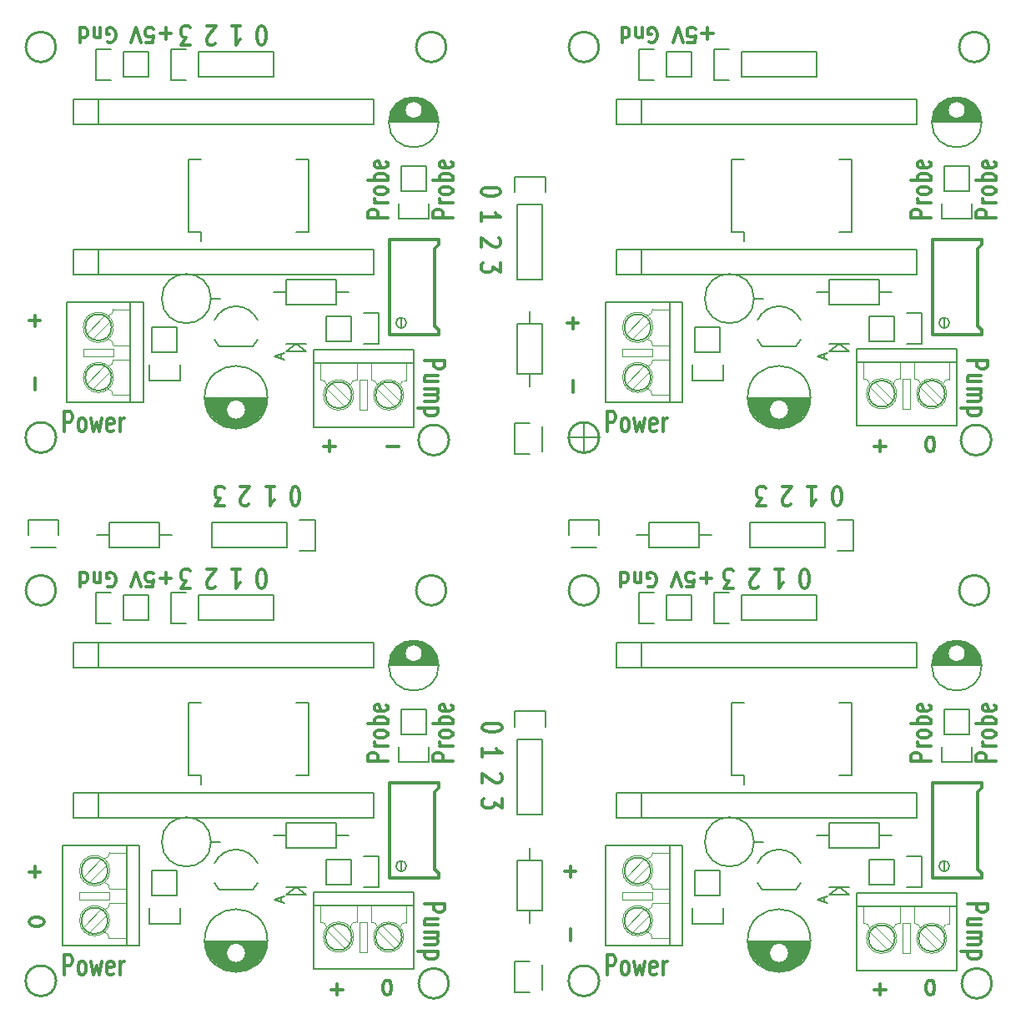
<source format=gto>
G04 #@! TF.FileFunction,Legend,Top*
%FSLAX46Y46*%
G04 Gerber Fmt 4.6, Leading zero omitted, Abs format (unit mm)*
G04 Created by KiCad (PCBNEW 4.0.2+e4-6225~38~ubuntu14.04.1-stable) date Tue 17 May 2016 20:32:36 AEST*
%MOMM*%
G01*
G04 APERTURE LIST*
%ADD10C,0.100000*%
%ADD11C,0.300000*%
%ADD12C,0.254000*%
%ADD13C,0.150000*%
%ADD14C,0.075000*%
%ADD15C,0.304800*%
G04 APERTURE END LIST*
D10*
D11*
X56280857Y14199714D02*
X56280857Y13056857D01*
X55709429Y13628286D02*
X56852286Y13628286D01*
X56280857Y7771143D02*
X56280857Y6628286D01*
X56534857Y69825714D02*
X56534857Y68682857D01*
X55963429Y69254286D02*
X57106286Y69254286D01*
X56534857Y63397143D02*
X56534857Y62254286D01*
D12*
X43942000Y2286000D02*
G75*
G03X43942000Y2286000I-1524000J0D01*
G01*
X99060000Y2286000D02*
G75*
G03X99060000Y2286000I-1524000J0D01*
G01*
X43963022Y57404000D02*
G75*
G03X43963022Y57404000I-1545022J0D01*
G01*
X99017522Y57404000D02*
G75*
G03X99017522Y57404000I-1545022J0D01*
G01*
D11*
X15783142Y43414143D02*
X14640285Y43414143D01*
X15211714Y43985571D02*
X15211714Y42842714D01*
X13211713Y42485571D02*
X13925999Y42485571D01*
X13997428Y43199857D01*
X13925999Y43128429D01*
X13783142Y43057000D01*
X13425999Y43057000D01*
X13283142Y43128429D01*
X13211713Y43199857D01*
X13140285Y43342714D01*
X13140285Y43699857D01*
X13211713Y43842714D01*
X13283142Y43914143D01*
X13425999Y43985571D01*
X13783142Y43985571D01*
X13925999Y43914143D01*
X13997428Y43842714D01*
X12711714Y42485571D02*
X12211714Y43985571D01*
X11711714Y42485571D01*
X9283143Y42557000D02*
X9426000Y42485571D01*
X9640286Y42485571D01*
X9854571Y42557000D01*
X9997429Y42699857D01*
X10068857Y42842714D01*
X10140286Y43128429D01*
X10140286Y43342714D01*
X10068857Y43628429D01*
X9997429Y43771286D01*
X9854571Y43914143D01*
X9640286Y43985571D01*
X9497429Y43985571D01*
X9283143Y43914143D01*
X9211714Y43842714D01*
X9211714Y43342714D01*
X9497429Y43342714D01*
X8568857Y42985571D02*
X8568857Y43985571D01*
X8568857Y43128429D02*
X8497429Y43057000D01*
X8354571Y42985571D01*
X8140286Y42985571D01*
X7997429Y43057000D01*
X7926000Y43199857D01*
X7926000Y43985571D01*
X6568857Y43985571D02*
X6568857Y42485571D01*
X6568857Y43914143D02*
X6711714Y43985571D01*
X6997428Y43985571D01*
X7140286Y43914143D01*
X7211714Y43842714D01*
X7283143Y43699857D01*
X7283143Y43271286D01*
X7211714Y43128429D01*
X7140286Y43057000D01*
X6997428Y42985571D01*
X6711714Y42985571D01*
X6568857Y43057000D01*
X70647142Y43414143D02*
X69504285Y43414143D01*
X70075714Y43985571D02*
X70075714Y42842714D01*
X68075713Y42485571D02*
X68789999Y42485571D01*
X68861428Y43199857D01*
X68789999Y43128429D01*
X68647142Y43057000D01*
X68289999Y43057000D01*
X68147142Y43128429D01*
X68075713Y43199857D01*
X68004285Y43342714D01*
X68004285Y43699857D01*
X68075713Y43842714D01*
X68147142Y43914143D01*
X68289999Y43985571D01*
X68647142Y43985571D01*
X68789999Y43914143D01*
X68861428Y43842714D01*
X67575714Y42485571D02*
X67075714Y43985571D01*
X66575714Y42485571D01*
X64147143Y42557000D02*
X64290000Y42485571D01*
X64504286Y42485571D01*
X64718571Y42557000D01*
X64861429Y42699857D01*
X64932857Y42842714D01*
X65004286Y43128429D01*
X65004286Y43342714D01*
X64932857Y43628429D01*
X64861429Y43771286D01*
X64718571Y43914143D01*
X64504286Y43985571D01*
X64361429Y43985571D01*
X64147143Y43914143D01*
X64075714Y43842714D01*
X64075714Y43342714D01*
X64361429Y43342714D01*
X63432857Y42985571D02*
X63432857Y43985571D01*
X63432857Y43128429D02*
X63361429Y43057000D01*
X63218571Y42985571D01*
X63004286Y42985571D01*
X62861429Y43057000D01*
X62790000Y43199857D01*
X62790000Y43985571D01*
X61432857Y43985571D02*
X61432857Y42485571D01*
X61432857Y43914143D02*
X61575714Y43985571D01*
X61861428Y43985571D01*
X62004286Y43914143D01*
X62075714Y43842714D01*
X62147143Y43699857D01*
X62147143Y43271286D01*
X62075714Y43128429D01*
X62004286Y43057000D01*
X61861428Y42985571D01*
X61575714Y42985571D01*
X61432857Y43057000D01*
X70774142Y98659143D02*
X69631285Y98659143D01*
X70202714Y99230571D02*
X70202714Y98087714D01*
X68202713Y97730571D02*
X68916999Y97730571D01*
X68988428Y98444857D01*
X68916999Y98373429D01*
X68774142Y98302000D01*
X68416999Y98302000D01*
X68274142Y98373429D01*
X68202713Y98444857D01*
X68131285Y98587714D01*
X68131285Y98944857D01*
X68202713Y99087714D01*
X68274142Y99159143D01*
X68416999Y99230571D01*
X68774142Y99230571D01*
X68916999Y99159143D01*
X68988428Y99087714D01*
X67702714Y97730571D02*
X67202714Y99230571D01*
X66702714Y97730571D01*
X64274143Y97802000D02*
X64417000Y97730571D01*
X64631286Y97730571D01*
X64845571Y97802000D01*
X64988429Y97944857D01*
X65059857Y98087714D01*
X65131286Y98373429D01*
X65131286Y98587714D01*
X65059857Y98873429D01*
X64988429Y99016286D01*
X64845571Y99159143D01*
X64631286Y99230571D01*
X64488429Y99230571D01*
X64274143Y99159143D01*
X64202714Y99087714D01*
X64202714Y98587714D01*
X64488429Y98587714D01*
X63559857Y98230571D02*
X63559857Y99230571D01*
X63559857Y98373429D02*
X63488429Y98302000D01*
X63345571Y98230571D01*
X63131286Y98230571D01*
X62988429Y98302000D01*
X62917000Y98444857D01*
X62917000Y99230571D01*
X61559857Y99230571D02*
X61559857Y97730571D01*
X61559857Y99159143D02*
X61702714Y99230571D01*
X61988428Y99230571D01*
X62131286Y99159143D01*
X62202714Y99087714D01*
X62274143Y98944857D01*
X62274143Y98516286D01*
X62202714Y98373429D01*
X62131286Y98302000D01*
X61988428Y98230571D01*
X61702714Y98230571D01*
X61559857Y98302000D01*
D13*
X56134000Y57658000D02*
X59182000Y57658000D01*
X57658000Y59182000D02*
X57658000Y56134000D01*
X59182000Y2540000D02*
X59182000Y2667000D01*
D12*
X4085022Y57658000D02*
G75*
G03X4085022Y57658000I-1545022J0D01*
G01*
D11*
X49355238Y28312570D02*
X49355238Y28169713D01*
X49260000Y28026856D01*
X49164762Y27955427D01*
X48974286Y27883998D01*
X48593333Y27812570D01*
X48117143Y27812570D01*
X47736190Y27883998D01*
X47545714Y27955427D01*
X47450476Y28026856D01*
X47355238Y28169713D01*
X47355238Y28312570D01*
X47450476Y28455427D01*
X47545714Y28526856D01*
X47736190Y28598284D01*
X48117143Y28669713D01*
X48593333Y28669713D01*
X48974286Y28598284D01*
X49164762Y28526856D01*
X49260000Y28455427D01*
X49355238Y28312570D01*
X47355238Y25241142D02*
X47355238Y26098285D01*
X47355238Y25669713D02*
X49355238Y25669713D01*
X49069524Y25812570D01*
X48879048Y25955428D01*
X48783810Y26098285D01*
X49164762Y23526857D02*
X49260000Y23455428D01*
X49355238Y23312571D01*
X49355238Y22955428D01*
X49260000Y22812571D01*
X49164762Y22741142D01*
X48974286Y22669714D01*
X48783810Y22669714D01*
X48498095Y22741142D01*
X47355238Y23598285D01*
X47355238Y22669714D01*
X49355238Y21026857D02*
X49355238Y20098286D01*
X48593333Y20598286D01*
X48593333Y20384000D01*
X48498095Y20241143D01*
X48402857Y20169714D01*
X48212381Y20098286D01*
X47736190Y20098286D01*
X47545714Y20169714D01*
X47450476Y20241143D01*
X47355238Y20384000D01*
X47355238Y20812572D01*
X47450476Y20955429D01*
X47545714Y21026857D01*
X49228238Y82668570D02*
X49228238Y82525713D01*
X49133000Y82382856D01*
X49037762Y82311427D01*
X48847286Y82239998D01*
X48466333Y82168570D01*
X47990143Y82168570D01*
X47609190Y82239998D01*
X47418714Y82311427D01*
X47323476Y82382856D01*
X47228238Y82525713D01*
X47228238Y82668570D01*
X47323476Y82811427D01*
X47418714Y82882856D01*
X47609190Y82954284D01*
X47990143Y83025713D01*
X48466333Y83025713D01*
X48847286Y82954284D01*
X49037762Y82882856D01*
X49133000Y82811427D01*
X49228238Y82668570D01*
X47228238Y79597142D02*
X47228238Y80454285D01*
X47228238Y80025713D02*
X49228238Y80025713D01*
X48942524Y80168570D01*
X48752048Y80311428D01*
X48656810Y80454285D01*
X49037762Y77882857D02*
X49133000Y77811428D01*
X49228238Y77668571D01*
X49228238Y77311428D01*
X49133000Y77168571D01*
X49037762Y77097142D01*
X48847286Y77025714D01*
X48656810Y77025714D01*
X48371095Y77097142D01*
X47228238Y77954285D01*
X47228238Y77025714D01*
X49228238Y75382857D02*
X49228238Y74454286D01*
X48466333Y74954286D01*
X48466333Y74740000D01*
X48371095Y74597143D01*
X48275857Y74525714D01*
X48085381Y74454286D01*
X47609190Y74454286D01*
X47418714Y74525714D01*
X47323476Y74597143D01*
X47228238Y74740000D01*
X47228238Y75168572D01*
X47323476Y75311429D01*
X47418714Y75382857D01*
X83430570Y50720762D02*
X83287713Y50720762D01*
X83144856Y50816000D01*
X83073427Y50911238D01*
X83001998Y51101714D01*
X82930570Y51482667D01*
X82930570Y51958857D01*
X83001998Y52339810D01*
X83073427Y52530286D01*
X83144856Y52625524D01*
X83287713Y52720762D01*
X83430570Y52720762D01*
X83573427Y52625524D01*
X83644856Y52530286D01*
X83716284Y52339810D01*
X83787713Y51958857D01*
X83787713Y51482667D01*
X83716284Y51101714D01*
X83644856Y50911238D01*
X83573427Y50816000D01*
X83430570Y50720762D01*
X80359142Y52720762D02*
X81216285Y52720762D01*
X80787713Y52720762D02*
X80787713Y50720762D01*
X80930570Y51006476D01*
X81073428Y51196952D01*
X81216285Y51292190D01*
X78644857Y50911238D02*
X78573428Y50816000D01*
X78430571Y50720762D01*
X78073428Y50720762D01*
X77930571Y50816000D01*
X77859142Y50911238D01*
X77787714Y51101714D01*
X77787714Y51292190D01*
X77859142Y51577905D01*
X78716285Y52720762D01*
X77787714Y52720762D01*
X76144857Y50720762D02*
X75216286Y50720762D01*
X75716286Y51482667D01*
X75502000Y51482667D01*
X75359143Y51577905D01*
X75287714Y51673143D01*
X75216286Y51863619D01*
X75216286Y52339810D01*
X75287714Y52530286D01*
X75359143Y52625524D01*
X75502000Y52720762D01*
X75930572Y52720762D01*
X76073429Y52625524D01*
X76144857Y52530286D01*
X99456762Y24828858D02*
X97456762Y24828858D01*
X97456762Y25400286D01*
X97552000Y25543144D01*
X97647238Y25614572D01*
X97837714Y25686001D01*
X98123429Y25686001D01*
X98313905Y25614572D01*
X98409143Y25543144D01*
X98504381Y25400286D01*
X98504381Y24828858D01*
X99456762Y26328858D02*
X98123429Y26328858D01*
X98504381Y26328858D02*
X98313905Y26400286D01*
X98218667Y26471715D01*
X98123429Y26614572D01*
X98123429Y26757429D01*
X99456762Y27471715D02*
X99361524Y27328857D01*
X99266286Y27257429D01*
X99075810Y27186000D01*
X98504381Y27186000D01*
X98313905Y27257429D01*
X98218667Y27328857D01*
X98123429Y27471715D01*
X98123429Y27686000D01*
X98218667Y27828857D01*
X98313905Y27900286D01*
X98504381Y27971715D01*
X99075810Y27971715D01*
X99266286Y27900286D01*
X99361524Y27828857D01*
X99456762Y27686000D01*
X99456762Y27471715D01*
X99456762Y28614572D02*
X97456762Y28614572D01*
X98218667Y28614572D02*
X98123429Y28757429D01*
X98123429Y29043143D01*
X98218667Y29186000D01*
X98313905Y29257429D01*
X98504381Y29328858D01*
X99075810Y29328858D01*
X99266286Y29257429D01*
X99361524Y29186000D01*
X99456762Y29043143D01*
X99456762Y28757429D01*
X99361524Y28614572D01*
X99361524Y30543143D02*
X99456762Y30400286D01*
X99456762Y30114572D01*
X99361524Y29971715D01*
X99171048Y29900286D01*
X98409143Y29900286D01*
X98218667Y29971715D01*
X98123429Y30114572D01*
X98123429Y30400286D01*
X98218667Y30543143D01*
X98409143Y30614572D01*
X98599619Y30614572D01*
X98790095Y29900286D01*
X92852762Y24828858D02*
X90852762Y24828858D01*
X90852762Y25400286D01*
X90948000Y25543144D01*
X91043238Y25614572D01*
X91233714Y25686001D01*
X91519429Y25686001D01*
X91709905Y25614572D01*
X91805143Y25543144D01*
X91900381Y25400286D01*
X91900381Y24828858D01*
X92852762Y26328858D02*
X91519429Y26328858D01*
X91900381Y26328858D02*
X91709905Y26400286D01*
X91614667Y26471715D01*
X91519429Y26614572D01*
X91519429Y26757429D01*
X92852762Y27471715D02*
X92757524Y27328857D01*
X92662286Y27257429D01*
X92471810Y27186000D01*
X91900381Y27186000D01*
X91709905Y27257429D01*
X91614667Y27328857D01*
X91519429Y27471715D01*
X91519429Y27686000D01*
X91614667Y27828857D01*
X91709905Y27900286D01*
X91900381Y27971715D01*
X92471810Y27971715D01*
X92662286Y27900286D01*
X92757524Y27828857D01*
X92852762Y27686000D01*
X92852762Y27471715D01*
X92852762Y28614572D02*
X90852762Y28614572D01*
X91614667Y28614572D02*
X91519429Y28757429D01*
X91519429Y29043143D01*
X91614667Y29186000D01*
X91709905Y29257429D01*
X91900381Y29328858D01*
X92471810Y29328858D01*
X92662286Y29257429D01*
X92757524Y29186000D01*
X92852762Y29043143D01*
X92852762Y28757429D01*
X92757524Y28614572D01*
X92757524Y30543143D02*
X92852762Y30400286D01*
X92852762Y30114572D01*
X92757524Y29971715D01*
X92567048Y29900286D01*
X91805143Y29900286D01*
X91614667Y29971715D01*
X91519429Y30114572D01*
X91519429Y30400286D01*
X91614667Y30543143D01*
X91805143Y30614572D01*
X91995619Y30614572D01*
X92186095Y29900286D01*
X87170001Y1670857D02*
X88312858Y1670857D01*
X87741429Y1099429D02*
X87741429Y2242286D01*
X92741429Y2599429D02*
X92884286Y2599429D01*
X93027143Y2528000D01*
X93098572Y2456571D01*
X93170001Y2313714D01*
X93241429Y2028000D01*
X93241429Y1670857D01*
X93170001Y1385143D01*
X93098572Y1242286D01*
X93027143Y1170857D01*
X92884286Y1099429D01*
X92741429Y1099429D01*
X92598572Y1170857D01*
X92527143Y1242286D01*
X92455715Y1385143D01*
X92384286Y1670857D01*
X92384286Y2028000D01*
X92455715Y2313714D01*
X92527143Y2456571D01*
X92598572Y2528000D01*
X92741429Y2599429D01*
X96631238Y10370000D02*
X98631238Y10370000D01*
X98631238Y9798572D01*
X98536000Y9655714D01*
X98440762Y9584286D01*
X98250286Y9512857D01*
X97964571Y9512857D01*
X97774095Y9584286D01*
X97678857Y9655714D01*
X97583619Y9798572D01*
X97583619Y10370000D01*
X97964571Y8227143D02*
X96631238Y8227143D01*
X97964571Y8870000D02*
X96916952Y8870000D01*
X96726476Y8798572D01*
X96631238Y8655714D01*
X96631238Y8441429D01*
X96726476Y8298572D01*
X96821714Y8227143D01*
X96631238Y7512857D02*
X97964571Y7512857D01*
X97774095Y7512857D02*
X97869333Y7441429D01*
X97964571Y7298571D01*
X97964571Y7084286D01*
X97869333Y6941429D01*
X97678857Y6870000D01*
X96631238Y6870000D01*
X97678857Y6870000D02*
X97869333Y6798571D01*
X97964571Y6655714D01*
X97964571Y6441429D01*
X97869333Y6298571D01*
X97678857Y6227143D01*
X96631238Y6227143D01*
X97964571Y5512857D02*
X95964571Y5512857D01*
X97869333Y5512857D02*
X97964571Y5370000D01*
X97964571Y5084286D01*
X97869333Y4941429D01*
X97774095Y4870000D01*
X97583619Y4798571D01*
X97012190Y4798571D01*
X96821714Y4870000D01*
X96726476Y4941429D01*
X96631238Y5084286D01*
X96631238Y5370000D01*
X96726476Y5512857D01*
X60027715Y3159238D02*
X60027715Y5159238D01*
X60599143Y5159238D01*
X60742001Y5064000D01*
X60813429Y4968762D01*
X60884858Y4778286D01*
X60884858Y4492571D01*
X60813429Y4302095D01*
X60742001Y4206857D01*
X60599143Y4111619D01*
X60027715Y4111619D01*
X61742001Y3159238D02*
X61599143Y3254476D01*
X61527715Y3349714D01*
X61456286Y3540190D01*
X61456286Y4111619D01*
X61527715Y4302095D01*
X61599143Y4397333D01*
X61742001Y4492571D01*
X61956286Y4492571D01*
X62099143Y4397333D01*
X62170572Y4302095D01*
X62242001Y4111619D01*
X62242001Y3540190D01*
X62170572Y3349714D01*
X62099143Y3254476D01*
X61956286Y3159238D01*
X61742001Y3159238D01*
X62742001Y4492571D02*
X63027715Y3159238D01*
X63313429Y4111619D01*
X63599144Y3159238D01*
X63884858Y4492571D01*
X65027715Y3254476D02*
X64884858Y3159238D01*
X64599144Y3159238D01*
X64456287Y3254476D01*
X64384858Y3444952D01*
X64384858Y4206857D01*
X64456287Y4397333D01*
X64599144Y4492571D01*
X64884858Y4492571D01*
X65027715Y4397333D01*
X65099144Y4206857D01*
X65099144Y4016381D01*
X64384858Y3825905D01*
X65742001Y3159238D02*
X65742001Y4492571D01*
X65742001Y4111619D02*
X65813429Y4302095D01*
X65884858Y4397333D01*
X66027715Y4492571D01*
X66170572Y4492571D01*
D12*
X98806000Y42164000D02*
G75*
G03X98806000Y42164000I-1524000J0D01*
G01*
X59203022Y2540000D02*
G75*
G03X59203022Y2540000I-1545022J0D01*
G01*
X59182000Y42164000D02*
G75*
G03X59182000Y42164000I-1524000J0D01*
G01*
D11*
X80128570Y42338762D02*
X79985713Y42338762D01*
X79842856Y42434000D01*
X79771427Y42529238D01*
X79699998Y42719714D01*
X79628570Y43100667D01*
X79628570Y43576857D01*
X79699998Y43957810D01*
X79771427Y44148286D01*
X79842856Y44243524D01*
X79985713Y44338762D01*
X80128570Y44338762D01*
X80271427Y44243524D01*
X80342856Y44148286D01*
X80414284Y43957810D01*
X80485713Y43576857D01*
X80485713Y43100667D01*
X80414284Y42719714D01*
X80342856Y42529238D01*
X80271427Y42434000D01*
X80128570Y42338762D01*
X77057142Y44338762D02*
X77914285Y44338762D01*
X77485713Y44338762D02*
X77485713Y42338762D01*
X77628570Y42624476D01*
X77771428Y42814952D01*
X77914285Y42910190D01*
X75342857Y42529238D02*
X75271428Y42434000D01*
X75128571Y42338762D01*
X74771428Y42338762D01*
X74628571Y42434000D01*
X74557142Y42529238D01*
X74485714Y42719714D01*
X74485714Y42910190D01*
X74557142Y43195905D01*
X75414285Y44338762D01*
X74485714Y44338762D01*
X72842857Y42338762D02*
X71914286Y42338762D01*
X72414286Y43100667D01*
X72200000Y43100667D01*
X72057143Y43195905D01*
X71985714Y43291143D01*
X71914286Y43481619D01*
X71914286Y43957810D01*
X71985714Y44148286D01*
X72057143Y44243524D01*
X72200000Y44338762D01*
X72628572Y44338762D01*
X72771429Y44243524D01*
X72842857Y44148286D01*
X99456762Y79946858D02*
X97456762Y79946858D01*
X97456762Y80518286D01*
X97552000Y80661144D01*
X97647238Y80732572D01*
X97837714Y80804001D01*
X98123429Y80804001D01*
X98313905Y80732572D01*
X98409143Y80661144D01*
X98504381Y80518286D01*
X98504381Y79946858D01*
X99456762Y81446858D02*
X98123429Y81446858D01*
X98504381Y81446858D02*
X98313905Y81518286D01*
X98218667Y81589715D01*
X98123429Y81732572D01*
X98123429Y81875429D01*
X99456762Y82589715D02*
X99361524Y82446857D01*
X99266286Y82375429D01*
X99075810Y82304000D01*
X98504381Y82304000D01*
X98313905Y82375429D01*
X98218667Y82446857D01*
X98123429Y82589715D01*
X98123429Y82804000D01*
X98218667Y82946857D01*
X98313905Y83018286D01*
X98504381Y83089715D01*
X99075810Y83089715D01*
X99266286Y83018286D01*
X99361524Y82946857D01*
X99456762Y82804000D01*
X99456762Y82589715D01*
X99456762Y83732572D02*
X97456762Y83732572D01*
X98218667Y83732572D02*
X98123429Y83875429D01*
X98123429Y84161143D01*
X98218667Y84304000D01*
X98313905Y84375429D01*
X98504381Y84446858D01*
X99075810Y84446858D01*
X99266286Y84375429D01*
X99361524Y84304000D01*
X99456762Y84161143D01*
X99456762Y83875429D01*
X99361524Y83732572D01*
X99361524Y85661143D02*
X99456762Y85518286D01*
X99456762Y85232572D01*
X99361524Y85089715D01*
X99171048Y85018286D01*
X98409143Y85018286D01*
X98218667Y85089715D01*
X98123429Y85232572D01*
X98123429Y85518286D01*
X98218667Y85661143D01*
X98409143Y85732572D01*
X98599619Y85732572D01*
X98790095Y85018286D01*
X92852762Y79946858D02*
X90852762Y79946858D01*
X90852762Y80518286D01*
X90948000Y80661144D01*
X91043238Y80732572D01*
X91233714Y80804001D01*
X91519429Y80804001D01*
X91709905Y80732572D01*
X91805143Y80661144D01*
X91900381Y80518286D01*
X91900381Y79946858D01*
X92852762Y81446858D02*
X91519429Y81446858D01*
X91900381Y81446858D02*
X91709905Y81518286D01*
X91614667Y81589715D01*
X91519429Y81732572D01*
X91519429Y81875429D01*
X92852762Y82589715D02*
X92757524Y82446857D01*
X92662286Y82375429D01*
X92471810Y82304000D01*
X91900381Y82304000D01*
X91709905Y82375429D01*
X91614667Y82446857D01*
X91519429Y82589715D01*
X91519429Y82804000D01*
X91614667Y82946857D01*
X91709905Y83018286D01*
X91900381Y83089715D01*
X92471810Y83089715D01*
X92662286Y83018286D01*
X92757524Y82946857D01*
X92852762Y82804000D01*
X92852762Y82589715D01*
X92852762Y83732572D02*
X90852762Y83732572D01*
X91614667Y83732572D02*
X91519429Y83875429D01*
X91519429Y84161143D01*
X91614667Y84304000D01*
X91709905Y84375429D01*
X91900381Y84446858D01*
X92471810Y84446858D01*
X92662286Y84375429D01*
X92757524Y84304000D01*
X92852762Y84161143D01*
X92852762Y83875429D01*
X92757524Y83732572D01*
X92757524Y85661143D02*
X92852762Y85518286D01*
X92852762Y85232572D01*
X92757524Y85089715D01*
X92567048Y85018286D01*
X91805143Y85018286D01*
X91614667Y85089715D01*
X91519429Y85232572D01*
X91519429Y85518286D01*
X91614667Y85661143D01*
X91805143Y85732572D01*
X91995619Y85732572D01*
X92186095Y85018286D01*
X87170001Y56788857D02*
X88312858Y56788857D01*
X87741429Y56217429D02*
X87741429Y57360286D01*
X92741429Y57717429D02*
X92884286Y57717429D01*
X93027143Y57646000D01*
X93098572Y57574571D01*
X93170001Y57431714D01*
X93241429Y57146000D01*
X93241429Y56788857D01*
X93170001Y56503143D01*
X93098572Y56360286D01*
X93027143Y56288857D01*
X92884286Y56217429D01*
X92741429Y56217429D01*
X92598572Y56288857D01*
X92527143Y56360286D01*
X92455715Y56503143D01*
X92384286Y56788857D01*
X92384286Y57146000D01*
X92455715Y57431714D01*
X92527143Y57574571D01*
X92598572Y57646000D01*
X92741429Y57717429D01*
X96631238Y65488000D02*
X98631238Y65488000D01*
X98631238Y64916572D01*
X98536000Y64773714D01*
X98440762Y64702286D01*
X98250286Y64630857D01*
X97964571Y64630857D01*
X97774095Y64702286D01*
X97678857Y64773714D01*
X97583619Y64916572D01*
X97583619Y65488000D01*
X97964571Y63345143D02*
X96631238Y63345143D01*
X97964571Y63988000D02*
X96916952Y63988000D01*
X96726476Y63916572D01*
X96631238Y63773714D01*
X96631238Y63559429D01*
X96726476Y63416572D01*
X96821714Y63345143D01*
X96631238Y62630857D02*
X97964571Y62630857D01*
X97774095Y62630857D02*
X97869333Y62559429D01*
X97964571Y62416571D01*
X97964571Y62202286D01*
X97869333Y62059429D01*
X97678857Y61988000D01*
X96631238Y61988000D01*
X97678857Y61988000D02*
X97869333Y61916571D01*
X97964571Y61773714D01*
X97964571Y61559429D01*
X97869333Y61416571D01*
X97678857Y61345143D01*
X96631238Y61345143D01*
X97964571Y60630857D02*
X95964571Y60630857D01*
X97869333Y60630857D02*
X97964571Y60488000D01*
X97964571Y60202286D01*
X97869333Y60059429D01*
X97774095Y59988000D01*
X97583619Y59916571D01*
X97012190Y59916571D01*
X96821714Y59988000D01*
X96726476Y60059429D01*
X96631238Y60202286D01*
X96631238Y60488000D01*
X96726476Y60630857D01*
X60027715Y58277238D02*
X60027715Y60277238D01*
X60599143Y60277238D01*
X60742001Y60182000D01*
X60813429Y60086762D01*
X60884858Y59896286D01*
X60884858Y59610571D01*
X60813429Y59420095D01*
X60742001Y59324857D01*
X60599143Y59229619D01*
X60027715Y59229619D01*
X61742001Y58277238D02*
X61599143Y58372476D01*
X61527715Y58467714D01*
X61456286Y58658190D01*
X61456286Y59229619D01*
X61527715Y59420095D01*
X61599143Y59515333D01*
X61742001Y59610571D01*
X61956286Y59610571D01*
X62099143Y59515333D01*
X62170572Y59420095D01*
X62242001Y59229619D01*
X62242001Y58658190D01*
X62170572Y58467714D01*
X62099143Y58372476D01*
X61956286Y58277238D01*
X61742001Y58277238D01*
X62742001Y59610571D02*
X63027715Y58277238D01*
X63313429Y59229619D01*
X63599144Y58277238D01*
X63884858Y59610571D01*
X65027715Y58372476D02*
X64884858Y58277238D01*
X64599144Y58277238D01*
X64456287Y58372476D01*
X64384858Y58562952D01*
X64384858Y59324857D01*
X64456287Y59515333D01*
X64599144Y59610571D01*
X64884858Y59610571D01*
X65027715Y59515333D01*
X65099144Y59324857D01*
X65099144Y59134381D01*
X64384858Y58943905D01*
X65742001Y58277238D02*
X65742001Y59610571D01*
X65742001Y59229619D02*
X65813429Y59420095D01*
X65884858Y59515333D01*
X66027715Y59610571D01*
X66170572Y59610571D01*
D12*
X98806000Y97282000D02*
G75*
G03X98806000Y97282000I-1524000J0D01*
G01*
X59203022Y57658000D02*
G75*
G03X59203022Y57658000I-1545022J0D01*
G01*
X59182000Y97282000D02*
G75*
G03X59182000Y97282000I-1524000J0D01*
G01*
D11*
X25010570Y97456762D02*
X24867713Y97456762D01*
X24724856Y97552000D01*
X24653427Y97647238D01*
X24581998Y97837714D01*
X24510570Y98218667D01*
X24510570Y98694857D01*
X24581998Y99075810D01*
X24653427Y99266286D01*
X24724856Y99361524D01*
X24867713Y99456762D01*
X25010570Y99456762D01*
X25153427Y99361524D01*
X25224856Y99266286D01*
X25296284Y99075810D01*
X25367713Y98694857D01*
X25367713Y98218667D01*
X25296284Y97837714D01*
X25224856Y97647238D01*
X25153427Y97552000D01*
X25010570Y97456762D01*
X21939142Y99456762D02*
X22796285Y99456762D01*
X22367713Y99456762D02*
X22367713Y97456762D01*
X22510570Y97742476D01*
X22653428Y97932952D01*
X22796285Y98028190D01*
X20224857Y97647238D02*
X20153428Y97552000D01*
X20010571Y97456762D01*
X19653428Y97456762D01*
X19510571Y97552000D01*
X19439142Y97647238D01*
X19367714Y97837714D01*
X19367714Y98028190D01*
X19439142Y98313905D01*
X20296285Y99456762D01*
X19367714Y99456762D01*
X17724857Y97456762D02*
X16796286Y97456762D01*
X17296286Y98218667D01*
X17082000Y98218667D01*
X16939143Y98313905D01*
X16867714Y98409143D01*
X16796286Y98599619D01*
X16796286Y99075810D01*
X16867714Y99266286D01*
X16939143Y99361524D01*
X17082000Y99456762D01*
X17510572Y99456762D01*
X17653429Y99361524D01*
X17724857Y99266286D01*
X25010570Y42338762D02*
X24867713Y42338762D01*
X24724856Y42434000D01*
X24653427Y42529238D01*
X24581998Y42719714D01*
X24510570Y43100667D01*
X24510570Y43576857D01*
X24581998Y43957810D01*
X24653427Y44148286D01*
X24724856Y44243524D01*
X24867713Y44338762D01*
X25010570Y44338762D01*
X25153427Y44243524D01*
X25224856Y44148286D01*
X25296284Y43957810D01*
X25367713Y43576857D01*
X25367713Y43100667D01*
X25296284Y42719714D01*
X25224856Y42529238D01*
X25153427Y42434000D01*
X25010570Y42338762D01*
X21939142Y44338762D02*
X22796285Y44338762D01*
X22367713Y44338762D02*
X22367713Y42338762D01*
X22510570Y42624476D01*
X22653428Y42814952D01*
X22796285Y42910190D01*
X20224857Y42529238D02*
X20153428Y42434000D01*
X20010571Y42338762D01*
X19653428Y42338762D01*
X19510571Y42434000D01*
X19439142Y42529238D01*
X19367714Y42719714D01*
X19367714Y42910190D01*
X19439142Y43195905D01*
X20296285Y44338762D01*
X19367714Y44338762D01*
X17724857Y42338762D02*
X16796286Y42338762D01*
X17296286Y43100667D01*
X17082000Y43100667D01*
X16939143Y43195905D01*
X16867714Y43291143D01*
X16796286Y43481619D01*
X16796286Y43957810D01*
X16867714Y44148286D01*
X16939143Y44243524D01*
X17082000Y44338762D01*
X17510572Y44338762D01*
X17653429Y44243524D01*
X17724857Y44148286D01*
X28439570Y50720762D02*
X28296713Y50720762D01*
X28153856Y50816000D01*
X28082427Y50911238D01*
X28010998Y51101714D01*
X27939570Y51482667D01*
X27939570Y51958857D01*
X28010998Y52339810D01*
X28082427Y52530286D01*
X28153856Y52625524D01*
X28296713Y52720762D01*
X28439570Y52720762D01*
X28582427Y52625524D01*
X28653856Y52530286D01*
X28725284Y52339810D01*
X28796713Y51958857D01*
X28796713Y51482667D01*
X28725284Y51101714D01*
X28653856Y50911238D01*
X28582427Y50816000D01*
X28439570Y50720762D01*
X25368142Y52720762D02*
X26225285Y52720762D01*
X25796713Y52720762D02*
X25796713Y50720762D01*
X25939570Y51006476D01*
X26082428Y51196952D01*
X26225285Y51292190D01*
X23653857Y50911238D02*
X23582428Y50816000D01*
X23439571Y50720762D01*
X23082428Y50720762D01*
X22939571Y50816000D01*
X22868142Y50911238D01*
X22796714Y51101714D01*
X22796714Y51292190D01*
X22868142Y51577905D01*
X23725285Y52720762D01*
X22796714Y52720762D01*
X21153857Y50720762D02*
X20225286Y50720762D01*
X20725286Y51482667D01*
X20511000Y51482667D01*
X20368143Y51577905D01*
X20296714Y51673143D01*
X20225286Y51863619D01*
X20225286Y52339810D01*
X20296714Y52530286D01*
X20368143Y52625524D01*
X20511000Y52720762D01*
X20939572Y52720762D01*
X21082429Y52625524D01*
X21153857Y52530286D01*
D12*
X4064000Y97282000D02*
G75*
G03X4064000Y97282000I-1524000J0D01*
G01*
X43688000Y97282000D02*
G75*
G03X43688000Y97282000I-1524000J0D01*
G01*
D11*
X4909715Y58277238D02*
X4909715Y60277238D01*
X5481143Y60277238D01*
X5624001Y60182000D01*
X5695429Y60086762D01*
X5766858Y59896286D01*
X5766858Y59610571D01*
X5695429Y59420095D01*
X5624001Y59324857D01*
X5481143Y59229619D01*
X4909715Y59229619D01*
X6624001Y58277238D02*
X6481143Y58372476D01*
X6409715Y58467714D01*
X6338286Y58658190D01*
X6338286Y59229619D01*
X6409715Y59420095D01*
X6481143Y59515333D01*
X6624001Y59610571D01*
X6838286Y59610571D01*
X6981143Y59515333D01*
X7052572Y59420095D01*
X7124001Y59229619D01*
X7124001Y58658190D01*
X7052572Y58467714D01*
X6981143Y58372476D01*
X6838286Y58277238D01*
X6624001Y58277238D01*
X7624001Y59610571D02*
X7909715Y58277238D01*
X8195429Y59229619D01*
X8481144Y58277238D01*
X8766858Y59610571D01*
X9909715Y58372476D02*
X9766858Y58277238D01*
X9481144Y58277238D01*
X9338287Y58372476D01*
X9266858Y58562952D01*
X9266858Y59324857D01*
X9338287Y59515333D01*
X9481144Y59610571D01*
X9766858Y59610571D01*
X9909715Y59515333D01*
X9981144Y59324857D01*
X9981144Y59134381D01*
X9266858Y58943905D01*
X10624001Y58277238D02*
X10624001Y59610571D01*
X10624001Y59229619D02*
X10695429Y59420095D01*
X10766858Y59515333D01*
X10909715Y59610571D01*
X11052572Y59610571D01*
X1924857Y70079714D02*
X1924857Y68936857D01*
X1353429Y69508286D02*
X2496286Y69508286D01*
X1924857Y63651143D02*
X1924857Y62508286D01*
X41513238Y65488000D02*
X43513238Y65488000D01*
X43513238Y64916572D01*
X43418000Y64773714D01*
X43322762Y64702286D01*
X43132286Y64630857D01*
X42846571Y64630857D01*
X42656095Y64702286D01*
X42560857Y64773714D01*
X42465619Y64916572D01*
X42465619Y65488000D01*
X42846571Y63345143D02*
X41513238Y63345143D01*
X42846571Y63988000D02*
X41798952Y63988000D01*
X41608476Y63916572D01*
X41513238Y63773714D01*
X41513238Y63559429D01*
X41608476Y63416572D01*
X41703714Y63345143D01*
X41513238Y62630857D02*
X42846571Y62630857D01*
X42656095Y62630857D02*
X42751333Y62559429D01*
X42846571Y62416571D01*
X42846571Y62202286D01*
X42751333Y62059429D01*
X42560857Y61988000D01*
X41513238Y61988000D01*
X42560857Y61988000D02*
X42751333Y61916571D01*
X42846571Y61773714D01*
X42846571Y61559429D01*
X42751333Y61416571D01*
X42560857Y61345143D01*
X41513238Y61345143D01*
X42846571Y60630857D02*
X40846571Y60630857D01*
X42751333Y60630857D02*
X42846571Y60488000D01*
X42846571Y60202286D01*
X42751333Y60059429D01*
X42656095Y59988000D01*
X42465619Y59916571D01*
X41894190Y59916571D01*
X41703714Y59988000D01*
X41608476Y60059429D01*
X41513238Y60202286D01*
X41513238Y60488000D01*
X41608476Y60630857D01*
X31266286Y56788857D02*
X32409143Y56788857D01*
X31837714Y56217429D02*
X31837714Y57360286D01*
X37694857Y56788857D02*
X38837714Y56788857D01*
X37734762Y79946858D02*
X35734762Y79946858D01*
X35734762Y80518286D01*
X35830000Y80661144D01*
X35925238Y80732572D01*
X36115714Y80804001D01*
X36401429Y80804001D01*
X36591905Y80732572D01*
X36687143Y80661144D01*
X36782381Y80518286D01*
X36782381Y79946858D01*
X37734762Y81446858D02*
X36401429Y81446858D01*
X36782381Y81446858D02*
X36591905Y81518286D01*
X36496667Y81589715D01*
X36401429Y81732572D01*
X36401429Y81875429D01*
X37734762Y82589715D02*
X37639524Y82446857D01*
X37544286Y82375429D01*
X37353810Y82304000D01*
X36782381Y82304000D01*
X36591905Y82375429D01*
X36496667Y82446857D01*
X36401429Y82589715D01*
X36401429Y82804000D01*
X36496667Y82946857D01*
X36591905Y83018286D01*
X36782381Y83089715D01*
X37353810Y83089715D01*
X37544286Y83018286D01*
X37639524Y82946857D01*
X37734762Y82804000D01*
X37734762Y82589715D01*
X37734762Y83732572D02*
X35734762Y83732572D01*
X36496667Y83732572D02*
X36401429Y83875429D01*
X36401429Y84161143D01*
X36496667Y84304000D01*
X36591905Y84375429D01*
X36782381Y84446858D01*
X37353810Y84446858D01*
X37544286Y84375429D01*
X37639524Y84304000D01*
X37734762Y84161143D01*
X37734762Y83875429D01*
X37639524Y83732572D01*
X37639524Y85661143D02*
X37734762Y85518286D01*
X37734762Y85232572D01*
X37639524Y85089715D01*
X37449048Y85018286D01*
X36687143Y85018286D01*
X36496667Y85089715D01*
X36401429Y85232572D01*
X36401429Y85518286D01*
X36496667Y85661143D01*
X36687143Y85732572D01*
X36877619Y85732572D01*
X37068095Y85018286D01*
X44338762Y79946858D02*
X42338762Y79946858D01*
X42338762Y80518286D01*
X42434000Y80661144D01*
X42529238Y80732572D01*
X42719714Y80804001D01*
X43005429Y80804001D01*
X43195905Y80732572D01*
X43291143Y80661144D01*
X43386381Y80518286D01*
X43386381Y79946858D01*
X44338762Y81446858D02*
X43005429Y81446858D01*
X43386381Y81446858D02*
X43195905Y81518286D01*
X43100667Y81589715D01*
X43005429Y81732572D01*
X43005429Y81875429D01*
X44338762Y82589715D02*
X44243524Y82446857D01*
X44148286Y82375429D01*
X43957810Y82304000D01*
X43386381Y82304000D01*
X43195905Y82375429D01*
X43100667Y82446857D01*
X43005429Y82589715D01*
X43005429Y82804000D01*
X43100667Y82946857D01*
X43195905Y83018286D01*
X43386381Y83089715D01*
X43957810Y83089715D01*
X44148286Y83018286D01*
X44243524Y82946857D01*
X44338762Y82804000D01*
X44338762Y82589715D01*
X44338762Y83732572D02*
X42338762Y83732572D01*
X43100667Y83732572D02*
X43005429Y83875429D01*
X43005429Y84161143D01*
X43100667Y84304000D01*
X43195905Y84375429D01*
X43386381Y84446858D01*
X43957810Y84446858D01*
X44148286Y84375429D01*
X44243524Y84304000D01*
X44338762Y84161143D01*
X44338762Y83875429D01*
X44243524Y83732572D01*
X44243524Y85661143D02*
X44338762Y85518286D01*
X44338762Y85232572D01*
X44243524Y85089715D01*
X44053048Y85018286D01*
X43291143Y85018286D01*
X43100667Y85089715D01*
X43005429Y85232572D01*
X43005429Y85518286D01*
X43100667Y85661143D01*
X43291143Y85732572D01*
X43481619Y85732572D01*
X43672095Y85018286D01*
X15783142Y98659143D02*
X14640285Y98659143D01*
X15211714Y99230571D02*
X15211714Y98087714D01*
X13211713Y97730571D02*
X13925999Y97730571D01*
X13997428Y98444857D01*
X13925999Y98373429D01*
X13783142Y98302000D01*
X13425999Y98302000D01*
X13283142Y98373429D01*
X13211713Y98444857D01*
X13140285Y98587714D01*
X13140285Y98944857D01*
X13211713Y99087714D01*
X13283142Y99159143D01*
X13425999Y99230571D01*
X13783142Y99230571D01*
X13925999Y99159143D01*
X13997428Y99087714D01*
X12711714Y97730571D02*
X12211714Y99230571D01*
X11711714Y97730571D01*
X9283143Y97802000D02*
X9426000Y97730571D01*
X9640286Y97730571D01*
X9854571Y97802000D01*
X9997429Y97944857D01*
X10068857Y98087714D01*
X10140286Y98373429D01*
X10140286Y98587714D01*
X10068857Y98873429D01*
X9997429Y99016286D01*
X9854571Y99159143D01*
X9640286Y99230571D01*
X9497429Y99230571D01*
X9283143Y99159143D01*
X9211714Y99087714D01*
X9211714Y98587714D01*
X9497429Y98587714D01*
X8568857Y98230571D02*
X8568857Y99230571D01*
X8568857Y98373429D02*
X8497429Y98302000D01*
X8354571Y98230571D01*
X8140286Y98230571D01*
X7997429Y98302000D01*
X7926000Y98444857D01*
X7926000Y99230571D01*
X6568857Y99230571D02*
X6568857Y97730571D01*
X6568857Y99159143D02*
X6711714Y99230571D01*
X6997428Y99230571D01*
X7140286Y99159143D01*
X7211714Y99087714D01*
X7283143Y98944857D01*
X7283143Y98516286D01*
X7211714Y98373429D01*
X7140286Y98302000D01*
X6997428Y98230571D01*
X6711714Y98230571D01*
X6568857Y98302000D01*
X44338762Y24828858D02*
X42338762Y24828858D01*
X42338762Y25400286D01*
X42434000Y25543144D01*
X42529238Y25614572D01*
X42719714Y25686001D01*
X43005429Y25686001D01*
X43195905Y25614572D01*
X43291143Y25543144D01*
X43386381Y25400286D01*
X43386381Y24828858D01*
X44338762Y26328858D02*
X43005429Y26328858D01*
X43386381Y26328858D02*
X43195905Y26400286D01*
X43100667Y26471715D01*
X43005429Y26614572D01*
X43005429Y26757429D01*
X44338762Y27471715D02*
X44243524Y27328857D01*
X44148286Y27257429D01*
X43957810Y27186000D01*
X43386381Y27186000D01*
X43195905Y27257429D01*
X43100667Y27328857D01*
X43005429Y27471715D01*
X43005429Y27686000D01*
X43100667Y27828857D01*
X43195905Y27900286D01*
X43386381Y27971715D01*
X43957810Y27971715D01*
X44148286Y27900286D01*
X44243524Y27828857D01*
X44338762Y27686000D01*
X44338762Y27471715D01*
X44338762Y28614572D02*
X42338762Y28614572D01*
X43100667Y28614572D02*
X43005429Y28757429D01*
X43005429Y29043143D01*
X43100667Y29186000D01*
X43195905Y29257429D01*
X43386381Y29328858D01*
X43957810Y29328858D01*
X44148286Y29257429D01*
X44243524Y29186000D01*
X44338762Y29043143D01*
X44338762Y28757429D01*
X44243524Y28614572D01*
X44243524Y30543143D02*
X44338762Y30400286D01*
X44338762Y30114572D01*
X44243524Y29971715D01*
X44053048Y29900286D01*
X43291143Y29900286D01*
X43100667Y29971715D01*
X43005429Y30114572D01*
X43005429Y30400286D01*
X43100667Y30543143D01*
X43291143Y30614572D01*
X43481619Y30614572D01*
X43672095Y29900286D01*
X37734762Y24828858D02*
X35734762Y24828858D01*
X35734762Y25400286D01*
X35830000Y25543144D01*
X35925238Y25614572D01*
X36115714Y25686001D01*
X36401429Y25686001D01*
X36591905Y25614572D01*
X36687143Y25543144D01*
X36782381Y25400286D01*
X36782381Y24828858D01*
X37734762Y26328858D02*
X36401429Y26328858D01*
X36782381Y26328858D02*
X36591905Y26400286D01*
X36496667Y26471715D01*
X36401429Y26614572D01*
X36401429Y26757429D01*
X37734762Y27471715D02*
X37639524Y27328857D01*
X37544286Y27257429D01*
X37353810Y27186000D01*
X36782381Y27186000D01*
X36591905Y27257429D01*
X36496667Y27328857D01*
X36401429Y27471715D01*
X36401429Y27686000D01*
X36496667Y27828857D01*
X36591905Y27900286D01*
X36782381Y27971715D01*
X37353810Y27971715D01*
X37544286Y27900286D01*
X37639524Y27828857D01*
X37734762Y27686000D01*
X37734762Y27471715D01*
X37734762Y28614572D02*
X35734762Y28614572D01*
X36496667Y28614572D02*
X36401429Y28757429D01*
X36401429Y29043143D01*
X36496667Y29186000D01*
X36591905Y29257429D01*
X36782381Y29328858D01*
X37353810Y29328858D01*
X37544286Y29257429D01*
X37639524Y29186000D01*
X37734762Y29043143D01*
X37734762Y28757429D01*
X37639524Y28614572D01*
X37639524Y30543143D02*
X37734762Y30400286D01*
X37734762Y30114572D01*
X37639524Y29971715D01*
X37449048Y29900286D01*
X36687143Y29900286D01*
X36496667Y29971715D01*
X36401429Y30114572D01*
X36401429Y30400286D01*
X36496667Y30543143D01*
X36687143Y30614572D01*
X36877619Y30614572D01*
X37068095Y29900286D01*
X32052001Y1670857D02*
X33194858Y1670857D01*
X32623429Y1099429D02*
X32623429Y2242286D01*
X37623429Y2599429D02*
X37766286Y2599429D01*
X37909143Y2528000D01*
X37980572Y2456571D01*
X38052001Y2313714D01*
X38123429Y2028000D01*
X38123429Y1670857D01*
X38052001Y1385143D01*
X37980572Y1242286D01*
X37909143Y1170857D01*
X37766286Y1099429D01*
X37623429Y1099429D01*
X37480572Y1170857D01*
X37409143Y1242286D01*
X37337715Y1385143D01*
X37266286Y1670857D01*
X37266286Y2028000D01*
X37337715Y2313714D01*
X37409143Y2456571D01*
X37480572Y2528000D01*
X37623429Y2599429D01*
X41513238Y10370000D02*
X43513238Y10370000D01*
X43513238Y9798572D01*
X43418000Y9655714D01*
X43322762Y9584286D01*
X43132286Y9512857D01*
X42846571Y9512857D01*
X42656095Y9584286D01*
X42560857Y9655714D01*
X42465619Y9798572D01*
X42465619Y10370000D01*
X42846571Y8227143D02*
X41513238Y8227143D01*
X42846571Y8870000D02*
X41798952Y8870000D01*
X41608476Y8798572D01*
X41513238Y8655714D01*
X41513238Y8441429D01*
X41608476Y8298572D01*
X41703714Y8227143D01*
X41513238Y7512857D02*
X42846571Y7512857D01*
X42656095Y7512857D02*
X42751333Y7441429D01*
X42846571Y7298571D01*
X42846571Y7084286D01*
X42751333Y6941429D01*
X42560857Y6870000D01*
X41513238Y6870000D01*
X42560857Y6870000D02*
X42751333Y6798571D01*
X42846571Y6655714D01*
X42846571Y6441429D01*
X42751333Y6298571D01*
X42560857Y6227143D01*
X41513238Y6227143D01*
X42846571Y5512857D02*
X40846571Y5512857D01*
X42751333Y5512857D02*
X42846571Y5370000D01*
X42846571Y5084286D01*
X42751333Y4941429D01*
X42656095Y4870000D01*
X42465619Y4798571D01*
X41894190Y4798571D01*
X41703714Y4870000D01*
X41608476Y4941429D01*
X41513238Y5084286D01*
X41513238Y5370000D01*
X41608476Y5512857D01*
X1924857Y14175999D02*
X1924857Y13033142D01*
X1353429Y13604571D02*
X2496286Y13604571D01*
X2853429Y8604571D02*
X2853429Y8461714D01*
X2782000Y8318857D01*
X2710571Y8247428D01*
X2567714Y8175999D01*
X2282000Y8104571D01*
X1924857Y8104571D01*
X1639143Y8175999D01*
X1496286Y8247428D01*
X1424857Y8318857D01*
X1353429Y8461714D01*
X1353429Y8604571D01*
X1424857Y8747428D01*
X1496286Y8818857D01*
X1639143Y8890285D01*
X1924857Y8961714D01*
X2282000Y8961714D01*
X2567714Y8890285D01*
X2710571Y8818857D01*
X2782000Y8747428D01*
X2853429Y8604571D01*
X4909715Y3159238D02*
X4909715Y5159238D01*
X5481143Y5159238D01*
X5624001Y5064000D01*
X5695429Y4968762D01*
X5766858Y4778286D01*
X5766858Y4492571D01*
X5695429Y4302095D01*
X5624001Y4206857D01*
X5481143Y4111619D01*
X4909715Y4111619D01*
X6624001Y3159238D02*
X6481143Y3254476D01*
X6409715Y3349714D01*
X6338286Y3540190D01*
X6338286Y4111619D01*
X6409715Y4302095D01*
X6481143Y4397333D01*
X6624001Y4492571D01*
X6838286Y4492571D01*
X6981143Y4397333D01*
X7052572Y4302095D01*
X7124001Y4111619D01*
X7124001Y3540190D01*
X7052572Y3349714D01*
X6981143Y3254476D01*
X6838286Y3159238D01*
X6624001Y3159238D01*
X7624001Y4492571D02*
X7909715Y3159238D01*
X8195429Y4111619D01*
X8481144Y3159238D01*
X8766858Y4492571D01*
X9909715Y3254476D02*
X9766858Y3159238D01*
X9481144Y3159238D01*
X9338287Y3254476D01*
X9266858Y3444952D01*
X9266858Y4206857D01*
X9338287Y4397333D01*
X9481144Y4492571D01*
X9766858Y4492571D01*
X9909715Y4397333D01*
X9981144Y4206857D01*
X9981144Y4016381D01*
X9266858Y3825905D01*
X10624001Y3159238D02*
X10624001Y4492571D01*
X10624001Y4111619D02*
X10695429Y4302095D01*
X10766858Y4397333D01*
X10909715Y4492571D01*
X11052572Y4492571D01*
D12*
X43688000Y42164000D02*
G75*
G03X43688000Y42164000I-1524000J0D01*
G01*
X4085022Y2540000D02*
G75*
G03X4085022Y2540000I-1545022J0D01*
G01*
X4064000Y42164000D02*
G75*
G03X4064000Y42164000I-1524000J0D01*
G01*
D14*
X64325500Y69469000D02*
X62547500Y67691000D01*
X61976000Y68199000D02*
X63754000Y70040500D01*
X61976000Y63119000D02*
X63754000Y64960500D01*
X64325500Y64389000D02*
X62547500Y62611000D01*
X64643000Y66992500D02*
X66357500Y66992500D01*
X64135000Y67627500D02*
G75*
G02X64643000Y66992500I-63500J-571500D01*
G01*
X64071500Y62611000D02*
G75*
G02X64579500Y61976000I-63500J-571500D01*
G01*
X64579500Y61976000D02*
X66294000Y61976000D01*
X64135000Y64897000D02*
G75*
G03X64643000Y65532000I-63500J571500D01*
G01*
X64643000Y65532000D02*
X66357500Y65532000D01*
X64643000Y70675500D02*
X66357500Y70675500D01*
X64135000Y70040500D02*
G75*
G03X64643000Y70675500I-63500J571500D01*
G01*
X64643000Y66675000D02*
X64643000Y65913000D01*
X64643000Y65913000D02*
X61595000Y65913000D01*
X61595000Y65913000D02*
X61595000Y66675000D01*
X61595000Y66675000D02*
X64643000Y66675000D01*
X64643000Y63754000D02*
G75*
G03X64643000Y63754000I-1524000J0D01*
G01*
D13*
X64452500Y63754000D02*
G75*
G03X64452500Y63754000I-1333500J0D01*
G01*
D14*
X64654860Y68834000D02*
G75*
G03X64654860Y68834000I-1535860J0D01*
G01*
D13*
X64452500Y68834000D02*
G75*
G03X64452500Y68834000I-1333500J0D01*
G01*
X66357500Y71310500D02*
X66357500Y61214000D01*
X67691000Y61214000D02*
X59880500Y61214000D01*
X59880500Y71374000D02*
X67691000Y71374000D01*
X59880500Y71374000D02*
X59880500Y61214000D01*
X67691000Y61214000D02*
X67691000Y71374000D01*
D14*
X64325500Y14351000D02*
X62547500Y12573000D01*
X61976000Y13081000D02*
X63754000Y14922500D01*
X61976000Y8001000D02*
X63754000Y9842500D01*
X64325500Y9271000D02*
X62547500Y7493000D01*
X64643000Y11874500D02*
X66357500Y11874500D01*
X64135000Y12509500D02*
G75*
G02X64643000Y11874500I-63500J-571500D01*
G01*
X64071500Y7493000D02*
G75*
G02X64579500Y6858000I-63500J-571500D01*
G01*
X64579500Y6858000D02*
X66294000Y6858000D01*
X64135000Y9779000D02*
G75*
G03X64643000Y10414000I-63500J571500D01*
G01*
X64643000Y10414000D02*
X66357500Y10414000D01*
X64643000Y15557500D02*
X66357500Y15557500D01*
X64135000Y14922500D02*
G75*
G03X64643000Y15557500I-63500J571500D01*
G01*
X64643000Y11557000D02*
X64643000Y10795000D01*
X64643000Y10795000D02*
X61595000Y10795000D01*
X61595000Y10795000D02*
X61595000Y11557000D01*
X61595000Y11557000D02*
X64643000Y11557000D01*
X64643000Y8636000D02*
G75*
G03X64643000Y8636000I-1524000J0D01*
G01*
D13*
X64452500Y8636000D02*
G75*
G03X64452500Y8636000I-1333500J0D01*
G01*
D14*
X64654860Y13716000D02*
G75*
G03X64654860Y13716000I-1535860J0D01*
G01*
D13*
X64452500Y13716000D02*
G75*
G03X64452500Y13716000I-1333500J0D01*
G01*
X66357500Y16192500D02*
X66357500Y6096000D01*
X67691000Y6096000D02*
X59880500Y6096000D01*
X59880500Y16256000D02*
X67691000Y16256000D01*
X59880500Y16256000D02*
X59880500Y6096000D01*
X67691000Y6096000D02*
X67691000Y16256000D01*
D14*
X9207500Y14351000D02*
X7429500Y12573000D01*
X6858000Y13081000D02*
X8636000Y14922500D01*
X6858000Y8001000D02*
X8636000Y9842500D01*
X9207500Y9271000D02*
X7429500Y7493000D01*
X9525000Y11874500D02*
X11239500Y11874500D01*
X9017000Y12509500D02*
G75*
G02X9525000Y11874500I-63500J-571500D01*
G01*
X8953500Y7493000D02*
G75*
G02X9461500Y6858000I-63500J-571500D01*
G01*
X9461500Y6858000D02*
X11176000Y6858000D01*
X9017000Y9779000D02*
G75*
G03X9525000Y10414000I-63500J571500D01*
G01*
X9525000Y10414000D02*
X11239500Y10414000D01*
X9525000Y15557500D02*
X11239500Y15557500D01*
X9017000Y14922500D02*
G75*
G03X9525000Y15557500I-63500J571500D01*
G01*
X9525000Y11557000D02*
X9525000Y10795000D01*
X9525000Y10795000D02*
X6477000Y10795000D01*
X6477000Y10795000D02*
X6477000Y11557000D01*
X6477000Y11557000D02*
X9525000Y11557000D01*
X9525000Y8636000D02*
G75*
G03X9525000Y8636000I-1524000J0D01*
G01*
D13*
X9334500Y8636000D02*
G75*
G03X9334500Y8636000I-1333500J0D01*
G01*
D14*
X9536860Y13716000D02*
G75*
G03X9536860Y13716000I-1535860J0D01*
G01*
D13*
X9334500Y13716000D02*
G75*
G03X9334500Y13716000I-1333500J0D01*
G01*
X11239500Y16192500D02*
X11239500Y6096000D01*
X12573000Y6096000D02*
X4762500Y6096000D01*
X4762500Y16256000D02*
X12573000Y16256000D01*
X4762500Y16256000D02*
X4762500Y6096000D01*
X12573000Y6096000D02*
X12573000Y16256000D01*
D14*
X9588500Y69469000D02*
X7810500Y67691000D01*
X7239000Y68199000D02*
X9017000Y70040500D01*
X7239000Y63119000D02*
X9017000Y64960500D01*
X9588500Y64389000D02*
X7810500Y62611000D01*
X9906000Y66992500D02*
X11620500Y66992500D01*
X9398000Y67627500D02*
G75*
G02X9906000Y66992500I-63500J-571500D01*
G01*
X9334500Y62611000D02*
G75*
G02X9842500Y61976000I-63500J-571500D01*
G01*
X9842500Y61976000D02*
X11557000Y61976000D01*
X9398000Y64897000D02*
G75*
G03X9906000Y65532000I-63500J571500D01*
G01*
X9906000Y65532000D02*
X11620500Y65532000D01*
X9906000Y70675500D02*
X11620500Y70675500D01*
X9398000Y70040500D02*
G75*
G03X9906000Y70675500I-63500J571500D01*
G01*
X9906000Y66675000D02*
X9906000Y65913000D01*
X9906000Y65913000D02*
X6858000Y65913000D01*
X6858000Y65913000D02*
X6858000Y66675000D01*
X6858000Y66675000D02*
X9906000Y66675000D01*
X9906000Y63754000D02*
G75*
G03X9906000Y63754000I-1524000J0D01*
G01*
D13*
X9715500Y63754000D02*
G75*
G03X9715500Y63754000I-1333500J0D01*
G01*
D14*
X9917860Y68834000D02*
G75*
G03X9917860Y68834000I-1535860J0D01*
G01*
D13*
X9715500Y68834000D02*
G75*
G03X9715500Y68834000I-1333500J0D01*
G01*
X11620500Y71310500D02*
X11620500Y61214000D01*
X12954000Y61214000D02*
X5143500Y61214000D01*
X5143500Y71374000D02*
X12954000Y71374000D01*
X5143500Y71374000D02*
X5143500Y61214000D01*
X12954000Y61214000D02*
X12954000Y71374000D01*
D14*
X87249000Y8064500D02*
X89027000Y6286500D01*
X88519000Y5715000D02*
X86677500Y7493000D01*
X93599000Y5715000D02*
X91757500Y7493000D01*
X92329000Y8064500D02*
X94107000Y6286500D01*
X89725500Y8382000D02*
X89725500Y10096500D01*
X89090500Y7874000D02*
G75*
G02X89725500Y8382000I571500J-63500D01*
G01*
X94107000Y7810500D02*
G75*
G02X94742000Y8318500I571500J-63500D01*
G01*
X94742000Y8318500D02*
X94742000Y10033000D01*
X91821000Y7874000D02*
G75*
G03X91186000Y8382000I-571500J-63500D01*
G01*
X91186000Y8382000D02*
X91186000Y10096500D01*
X86042500Y8382000D02*
X86042500Y10096500D01*
X86677500Y7874000D02*
G75*
G03X86042500Y8382000I-571500J-63500D01*
G01*
X90043000Y8382000D02*
X90805000Y8382000D01*
X90805000Y8382000D02*
X90805000Y5334000D01*
X90805000Y5334000D02*
X90043000Y5334000D01*
X90043000Y5334000D02*
X90043000Y8382000D01*
X94488000Y6858000D02*
G75*
G03X94488000Y6858000I-1524000J0D01*
G01*
D13*
X94297500Y6858000D02*
G75*
G03X94297500Y6858000I-1333500J0D01*
G01*
D14*
X89419860Y6858000D02*
G75*
G03X89419860Y6858000I-1535860J0D01*
G01*
D13*
X89217500Y6858000D02*
G75*
G03X89217500Y6858000I-1333500J0D01*
G01*
X85407500Y10096500D02*
X95504000Y10096500D01*
X95504000Y11430000D02*
X95504000Y3619500D01*
X85344000Y3619500D02*
X85344000Y11430000D01*
X85344000Y3619500D02*
X95504000Y3619500D01*
X95504000Y11430000D02*
X85344000Y11430000D01*
D14*
X32131000Y8191500D02*
X33909000Y6413500D01*
X33401000Y5842000D02*
X31559500Y7620000D01*
X38481000Y5842000D02*
X36639500Y7620000D01*
X37211000Y8191500D02*
X38989000Y6413500D01*
X34607500Y8509000D02*
X34607500Y10223500D01*
X33972500Y8001000D02*
G75*
G02X34607500Y8509000I571500J-63500D01*
G01*
X38989000Y7937500D02*
G75*
G02X39624000Y8445500I571500J-63500D01*
G01*
X39624000Y8445500D02*
X39624000Y10160000D01*
X36703000Y8001000D02*
G75*
G03X36068000Y8509000I-571500J-63500D01*
G01*
X36068000Y8509000D02*
X36068000Y10223500D01*
X30924500Y8509000D02*
X30924500Y10223500D01*
X31559500Y8001000D02*
G75*
G03X30924500Y8509000I-571500J-63500D01*
G01*
X34925000Y8509000D02*
X35687000Y8509000D01*
X35687000Y8509000D02*
X35687000Y5461000D01*
X35687000Y5461000D02*
X34925000Y5461000D01*
X34925000Y5461000D02*
X34925000Y8509000D01*
X39370000Y6985000D02*
G75*
G03X39370000Y6985000I-1524000J0D01*
G01*
D13*
X39179500Y6985000D02*
G75*
G03X39179500Y6985000I-1333500J0D01*
G01*
D14*
X34301860Y6985000D02*
G75*
G03X34301860Y6985000I-1535860J0D01*
G01*
D13*
X34099500Y6985000D02*
G75*
G03X34099500Y6985000I-1333500J0D01*
G01*
X30289500Y10223500D02*
X40386000Y10223500D01*
X40386000Y11557000D02*
X40386000Y3746500D01*
X30226000Y3746500D02*
X30226000Y11557000D01*
X30226000Y3746500D02*
X40386000Y3746500D01*
X40386000Y11557000D02*
X30226000Y11557000D01*
D14*
X87249000Y63309500D02*
X89027000Y61531500D01*
X88519000Y60960000D02*
X86677500Y62738000D01*
X93599000Y60960000D02*
X91757500Y62738000D01*
X92329000Y63309500D02*
X94107000Y61531500D01*
X89725500Y63627000D02*
X89725500Y65341500D01*
X89090500Y63119000D02*
G75*
G02X89725500Y63627000I571500J-63500D01*
G01*
X94107000Y63055500D02*
G75*
G02X94742000Y63563500I571500J-63500D01*
G01*
X94742000Y63563500D02*
X94742000Y65278000D01*
X91821000Y63119000D02*
G75*
G03X91186000Y63627000I-571500J-63500D01*
G01*
X91186000Y63627000D02*
X91186000Y65341500D01*
X86042500Y63627000D02*
X86042500Y65341500D01*
X86677500Y63119000D02*
G75*
G03X86042500Y63627000I-571500J-63500D01*
G01*
X90043000Y63627000D02*
X90805000Y63627000D01*
X90805000Y63627000D02*
X90805000Y60579000D01*
X90805000Y60579000D02*
X90043000Y60579000D01*
X90043000Y60579000D02*
X90043000Y63627000D01*
X94488000Y62103000D02*
G75*
G03X94488000Y62103000I-1524000J0D01*
G01*
D13*
X94297500Y62103000D02*
G75*
G03X94297500Y62103000I-1333500J0D01*
G01*
D14*
X89419860Y62103000D02*
G75*
G03X89419860Y62103000I-1535860J0D01*
G01*
D13*
X89217500Y62103000D02*
G75*
G03X89217500Y62103000I-1333500J0D01*
G01*
X85407500Y65341500D02*
X95504000Y65341500D01*
X95504000Y66675000D02*
X95504000Y58864500D01*
X85344000Y58864500D02*
X85344000Y66675000D01*
X85344000Y58864500D02*
X95504000Y58864500D01*
X95504000Y66675000D02*
X85344000Y66675000D01*
D14*
X32131000Y63182500D02*
X33909000Y61404500D01*
X33401000Y60833000D02*
X31559500Y62611000D01*
X38481000Y60833000D02*
X36639500Y62611000D01*
X37211000Y63182500D02*
X38989000Y61404500D01*
X34607500Y63500000D02*
X34607500Y65214500D01*
X33972500Y62992000D02*
G75*
G02X34607500Y63500000I571500J-63500D01*
G01*
X38989000Y62928500D02*
G75*
G02X39624000Y63436500I571500J-63500D01*
G01*
X39624000Y63436500D02*
X39624000Y65151000D01*
X36703000Y62992000D02*
G75*
G03X36068000Y63500000I-571500J-63500D01*
G01*
X36068000Y63500000D02*
X36068000Y65214500D01*
X30924500Y63500000D02*
X30924500Y65214500D01*
X31559500Y62992000D02*
G75*
G03X30924500Y63500000I-571500J-63500D01*
G01*
X34925000Y63500000D02*
X35687000Y63500000D01*
X35687000Y63500000D02*
X35687000Y60452000D01*
X35687000Y60452000D02*
X34925000Y60452000D01*
X34925000Y60452000D02*
X34925000Y63500000D01*
X39370000Y61976000D02*
G75*
G03X39370000Y61976000I-1524000J0D01*
G01*
D13*
X39179500Y61976000D02*
G75*
G03X39179500Y61976000I-1333500J0D01*
G01*
D14*
X34301860Y61976000D02*
G75*
G03X34301860Y61976000I-1535860J0D01*
G01*
D13*
X34099500Y61976000D02*
G75*
G03X34099500Y61976000I-1333500J0D01*
G01*
X30289500Y65214500D02*
X40386000Y65214500D01*
X40386000Y66548000D02*
X40386000Y58737500D01*
X30226000Y58737500D02*
X30226000Y66548000D01*
X30226000Y58737500D02*
X40386000Y58737500D01*
X40386000Y66548000D02*
X30226000Y66548000D01*
X50647000Y4471000D02*
X52197000Y4471000D01*
X52197000Y1371000D02*
X50647000Y1371000D01*
X50647000Y1371000D02*
X50647000Y4471000D01*
X53467000Y1651000D02*
X53467000Y4191000D01*
X50927000Y27051000D02*
X50927000Y19431000D01*
X53467000Y27051000D02*
X53467000Y19431000D01*
X53747000Y29871000D02*
X53747000Y28321000D01*
X50927000Y19431000D02*
X53467000Y19431000D01*
X53467000Y27051000D02*
X50927000Y27051000D01*
X50647000Y28321000D02*
X50647000Y29871000D01*
X50647000Y29871000D02*
X53747000Y29871000D01*
X50927000Y9652000D02*
X50927000Y14732000D01*
X50927000Y14732000D02*
X53467000Y14732000D01*
X53467000Y14732000D02*
X53467000Y9652000D01*
X53467000Y9652000D02*
X50927000Y9652000D01*
X52197000Y9652000D02*
X52197000Y8382000D01*
X52197000Y14732000D02*
X52197000Y16002000D01*
X50927000Y64135000D02*
X50927000Y69215000D01*
X50927000Y69215000D02*
X53467000Y69215000D01*
X53467000Y69215000D02*
X53467000Y64135000D01*
X53467000Y64135000D02*
X50927000Y64135000D01*
X52197000Y64135000D02*
X52197000Y62865000D01*
X52197000Y69215000D02*
X52197000Y70485000D01*
X50927000Y81280000D02*
X50927000Y73660000D01*
X53467000Y81280000D02*
X53467000Y73660000D01*
X53747000Y84100000D02*
X53747000Y82550000D01*
X50927000Y73660000D02*
X53467000Y73660000D01*
X53467000Y81280000D02*
X50927000Y81280000D01*
X50647000Y82550000D02*
X50647000Y84100000D01*
X50647000Y84100000D02*
X53747000Y84100000D01*
X50647000Y59081000D02*
X52197000Y59081000D01*
X52197000Y55981000D02*
X50647000Y55981000D01*
X50647000Y55981000D02*
X50647000Y59081000D01*
X53467000Y56261000D02*
X53467000Y58801000D01*
X59208000Y49302000D02*
X59208000Y47752000D01*
X56108000Y47752000D02*
X56108000Y49302000D01*
X56108000Y49302000D02*
X59208000Y49302000D01*
X56388000Y46482000D02*
X58928000Y46482000D01*
X82169000Y49022000D02*
X74549000Y49022000D01*
X82169000Y46482000D02*
X74549000Y46482000D01*
X84989000Y46202000D02*
X83439000Y46202000D01*
X74549000Y49022000D02*
X74549000Y46482000D01*
X82169000Y46482000D02*
X82169000Y49022000D01*
X83439000Y49302000D02*
X84989000Y49302000D01*
X84989000Y49302000D02*
X84989000Y46202000D01*
X69342000Y46482000D02*
X64262000Y46482000D01*
X64262000Y46482000D02*
X64262000Y49022000D01*
X64262000Y49022000D02*
X69342000Y49022000D01*
X69342000Y49022000D02*
X69342000Y46482000D01*
X69342000Y47752000D02*
X70612000Y47752000D01*
X64262000Y47752000D02*
X62992000Y47752000D01*
X75282305Y12465010D02*
G75*
G03X75770000Y11762000I2187695J996990D01*
G01*
X79657695Y12465010D02*
G75*
G02X79170000Y11762000I-2187695J996990D01*
G01*
X75770000Y11762000D02*
X79170000Y11762000D01*
X75285121Y14455127D02*
G75*
G02X77470000Y15862000I2184879J-993127D01*
G01*
X79654879Y14455127D02*
G75*
G03X77470000Y15862000I-2184879J-993127D01*
G01*
X63500000Y21653500D02*
X60960000Y21653500D01*
X60960000Y21653500D02*
X60960000Y19113500D01*
X60960000Y19113500D02*
X63500000Y19113500D01*
X63500000Y19113500D02*
X91440000Y19113500D01*
X91440000Y19113500D02*
X91440000Y21653500D01*
X91440000Y21653500D02*
X63500000Y21653500D01*
X63500000Y19113500D02*
X63500000Y21653500D01*
X63500000Y36893500D02*
X60960000Y36893500D01*
X60960000Y36893500D02*
X60960000Y34353500D01*
X60960000Y34353500D02*
X63500000Y34353500D01*
X63500000Y34353500D02*
X91440000Y34353500D01*
X91440000Y34353500D02*
X91440000Y36893500D01*
X91440000Y36893500D02*
X63500000Y36893500D01*
X63500000Y34353500D02*
X63500000Y36893500D01*
X94234000Y27559000D02*
X94234000Y30099000D01*
X93954000Y24739000D02*
X93954000Y26289000D01*
X94234000Y27559000D02*
X96774000Y27559000D01*
X97054000Y26289000D02*
X97054000Y24739000D01*
X97054000Y24739000D02*
X93954000Y24739000D01*
X96774000Y27559000D02*
X96774000Y30099000D01*
X96774000Y30099000D02*
X94234000Y30099000D01*
X89154000Y12319000D02*
X86614000Y12319000D01*
X91974000Y12039000D02*
X90424000Y12039000D01*
X89154000Y12319000D02*
X89154000Y14859000D01*
X90424000Y15139000D02*
X91974000Y15139000D01*
X91974000Y15139000D02*
X91974000Y12039000D01*
X89154000Y14859000D02*
X86614000Y14859000D01*
X86614000Y14859000D02*
X86614000Y12319000D01*
X68961000Y11176000D02*
X68961000Y13716000D01*
X68681000Y8356000D02*
X68681000Y9906000D01*
X68961000Y11176000D02*
X71501000Y11176000D01*
X71781000Y9906000D02*
X71781000Y8356000D01*
X71781000Y8356000D02*
X68681000Y8356000D01*
X71501000Y11176000D02*
X71501000Y13716000D01*
X71501000Y13716000D02*
X68961000Y13716000D01*
X93005000Y34599000D02*
X98003000Y34599000D01*
X93013000Y34739000D02*
X97995000Y34739000D01*
X93029000Y34879000D02*
X95409000Y34879000D01*
X95599000Y34879000D02*
X97979000Y34879000D01*
X93053000Y35019000D02*
X95014000Y35019000D01*
X95994000Y35019000D02*
X97955000Y35019000D01*
X93086000Y35159000D02*
X94847000Y35159000D01*
X96161000Y35159000D02*
X97922000Y35159000D01*
X93127000Y35299000D02*
X94740000Y35299000D01*
X96268000Y35299000D02*
X97881000Y35299000D01*
X93177000Y35439000D02*
X94669000Y35439000D01*
X96339000Y35439000D02*
X97831000Y35439000D01*
X93238000Y35579000D02*
X94625000Y35579000D01*
X96383000Y35579000D02*
X97770000Y35579000D01*
X93308000Y35719000D02*
X94606000Y35719000D01*
X96402000Y35719000D02*
X97700000Y35719000D01*
X93390000Y35859000D02*
X94608000Y35859000D01*
X96400000Y35859000D02*
X97618000Y35859000D01*
X93485000Y35999000D02*
X94633000Y35999000D01*
X96375000Y35999000D02*
X97523000Y35999000D01*
X93596000Y36139000D02*
X94681000Y36139000D01*
X96327000Y36139000D02*
X97412000Y36139000D01*
X93724000Y36279000D02*
X94759000Y36279000D01*
X96249000Y36279000D02*
X97284000Y36279000D01*
X93873000Y36419000D02*
X94876000Y36419000D01*
X96132000Y36419000D02*
X97135000Y36419000D01*
X94052000Y36559000D02*
X95064000Y36559000D01*
X95944000Y36559000D02*
X96956000Y36559000D01*
X94271000Y36699000D02*
X96737000Y36699000D01*
X94560000Y36839000D02*
X96448000Y36839000D01*
X95032000Y36979000D02*
X95976000Y36979000D01*
X96404000Y35774000D02*
G75*
G03X96404000Y35774000I-900000J0D01*
G01*
X98041500Y34524000D02*
G75*
G03X98041500Y34524000I-2537500J0D01*
G01*
X82550000Y18542000D02*
X87630000Y18542000D01*
X87630000Y18542000D02*
X87630000Y16002000D01*
X87630000Y16002000D02*
X82550000Y16002000D01*
X82550000Y16002000D02*
X82550000Y18542000D01*
X82550000Y17272000D02*
X81280000Y17272000D01*
X87630000Y17272000D02*
X88900000Y17272000D01*
D15*
X98044000Y22606000D02*
X98044000Y22098000D01*
X98044000Y22098000D02*
X97663000Y21717000D01*
X97663000Y21717000D02*
X97663000Y13843000D01*
X98044000Y13462000D02*
X98044000Y12954000D01*
X98044000Y13462000D02*
X97663000Y13843000D01*
D13*
X94234000Y13716000D02*
X94234000Y14732000D01*
X94764356Y14177000D02*
G75*
G03X94764356Y14177000I-530356J0D01*
G01*
D15*
X93091000Y12954000D02*
X93091000Y22606000D01*
X93091000Y22606000D02*
X98044000Y22606000D01*
X98044000Y12954000D02*
X93094000Y12954000D01*
D13*
X80619000Y6549000D02*
X74321000Y6549000D01*
X80613000Y6409000D02*
X74327000Y6409000D01*
X80600000Y6269000D02*
X77916000Y6269000D01*
X77024000Y6269000D02*
X74340000Y6269000D01*
X80581000Y6129000D02*
X78126000Y6129000D01*
X76814000Y6129000D02*
X74359000Y6129000D01*
X80555000Y5989000D02*
X78259000Y5989000D01*
X76681000Y5989000D02*
X74385000Y5989000D01*
X80523000Y5849000D02*
X78350000Y5849000D01*
X76590000Y5849000D02*
X74417000Y5849000D01*
X80484000Y5709000D02*
X78412000Y5709000D01*
X76528000Y5709000D02*
X74456000Y5709000D01*
X80438000Y5569000D02*
X78451000Y5569000D01*
X76489000Y5569000D02*
X74502000Y5569000D01*
X80385000Y5429000D02*
X78468000Y5429000D01*
X76472000Y5429000D02*
X74555000Y5429000D01*
X80323000Y5289000D02*
X78466000Y5289000D01*
X76474000Y5289000D02*
X74617000Y5289000D01*
X80253000Y5149000D02*
X78444000Y5149000D01*
X76496000Y5149000D02*
X74687000Y5149000D01*
X80174000Y5009000D02*
X78401000Y5009000D01*
X76539000Y5009000D02*
X74766000Y5009000D01*
X80086000Y4869000D02*
X78333000Y4869000D01*
X76607000Y4869000D02*
X74854000Y4869000D01*
X79986000Y4729000D02*
X78234000Y4729000D01*
X76706000Y4729000D02*
X74954000Y4729000D01*
X79874000Y4589000D02*
X78089000Y4589000D01*
X76851000Y4589000D02*
X75066000Y4589000D01*
X79749000Y4449000D02*
X77850000Y4449000D01*
X77090000Y4449000D02*
X75191000Y4449000D01*
X79606000Y4309000D02*
X75334000Y4309000D01*
X79444000Y4169000D02*
X75496000Y4169000D01*
X79256000Y4029000D02*
X75684000Y4029000D01*
X79033000Y3889000D02*
X75907000Y3889000D01*
X78757000Y3749000D02*
X76183000Y3749000D01*
X78382000Y3609000D02*
X76558000Y3609000D01*
X78470000Y5374000D02*
G75*
G03X78470000Y5374000I-1000000J0D01*
G01*
X80657500Y6624000D02*
G75*
G03X80657500Y6624000I-3187500J0D01*
G01*
X83566000Y12065000D02*
X82550000Y11303000D01*
X83566000Y12065000D02*
X84582000Y11303000D01*
X84582000Y12065000D02*
X82550000Y12065000D01*
X84582000Y11303000D02*
X82550000Y11303000D01*
X72635000Y23376000D02*
X73905000Y23376000D01*
X72635000Y30726000D02*
X73905000Y30726000D01*
X84845000Y30726000D02*
X83575000Y30726000D01*
X84845000Y23376000D02*
X83575000Y23376000D01*
X72635000Y23376000D02*
X72635000Y30726000D01*
X84845000Y23376000D02*
X84845000Y30726000D01*
X73905000Y23376000D02*
X73905000Y22441000D01*
X74830940Y16637000D02*
X75831700Y16637000D01*
X74930000Y16637000D02*
G75*
G03X74930000Y16637000I-2499360J0D01*
G01*
X73660000Y39116000D02*
X81280000Y39116000D01*
X73660000Y41656000D02*
X81280000Y41656000D01*
X70840000Y41936000D02*
X72390000Y41936000D01*
X81280000Y39116000D02*
X81280000Y41656000D01*
X73660000Y41656000D02*
X73660000Y39116000D01*
X72390000Y38836000D02*
X70840000Y38836000D01*
X70840000Y38836000D02*
X70840000Y41936000D01*
X66040000Y41656000D02*
X68580000Y41656000D01*
X63220000Y41936000D02*
X64770000Y41936000D01*
X66040000Y41656000D02*
X66040000Y39116000D01*
X64770000Y38836000D02*
X63220000Y38836000D01*
X63220000Y38836000D02*
X63220000Y41936000D01*
X66040000Y39116000D02*
X68580000Y39116000D01*
X68580000Y39116000D02*
X68580000Y41656000D01*
X75282305Y67583010D02*
G75*
G03X75770000Y66880000I2187695J996990D01*
G01*
X79657695Y67583010D02*
G75*
G02X79170000Y66880000I-2187695J996990D01*
G01*
X75770000Y66880000D02*
X79170000Y66880000D01*
X75285121Y69573127D02*
G75*
G02X77470000Y70980000I2184879J-993127D01*
G01*
X79654879Y69573127D02*
G75*
G03X77470000Y70980000I-2184879J-993127D01*
G01*
X63500000Y76771500D02*
X60960000Y76771500D01*
X60960000Y76771500D02*
X60960000Y74231500D01*
X60960000Y74231500D02*
X63500000Y74231500D01*
X63500000Y74231500D02*
X91440000Y74231500D01*
X91440000Y74231500D02*
X91440000Y76771500D01*
X91440000Y76771500D02*
X63500000Y76771500D01*
X63500000Y74231500D02*
X63500000Y76771500D01*
X63500000Y92011500D02*
X60960000Y92011500D01*
X60960000Y92011500D02*
X60960000Y89471500D01*
X60960000Y89471500D02*
X63500000Y89471500D01*
X63500000Y89471500D02*
X91440000Y89471500D01*
X91440000Y89471500D02*
X91440000Y92011500D01*
X91440000Y92011500D02*
X63500000Y92011500D01*
X63500000Y89471500D02*
X63500000Y92011500D01*
X94234000Y82677000D02*
X94234000Y85217000D01*
X93954000Y79857000D02*
X93954000Y81407000D01*
X94234000Y82677000D02*
X96774000Y82677000D01*
X97054000Y81407000D02*
X97054000Y79857000D01*
X97054000Y79857000D02*
X93954000Y79857000D01*
X96774000Y82677000D02*
X96774000Y85217000D01*
X96774000Y85217000D02*
X94234000Y85217000D01*
X89154000Y67437000D02*
X86614000Y67437000D01*
X91974000Y67157000D02*
X90424000Y67157000D01*
X89154000Y67437000D02*
X89154000Y69977000D01*
X90424000Y70257000D02*
X91974000Y70257000D01*
X91974000Y70257000D02*
X91974000Y67157000D01*
X89154000Y69977000D02*
X86614000Y69977000D01*
X86614000Y69977000D02*
X86614000Y67437000D01*
X68961000Y66294000D02*
X68961000Y68834000D01*
X68681000Y63474000D02*
X68681000Y65024000D01*
X68961000Y66294000D02*
X71501000Y66294000D01*
X71781000Y65024000D02*
X71781000Y63474000D01*
X71781000Y63474000D02*
X68681000Y63474000D01*
X71501000Y66294000D02*
X71501000Y68834000D01*
X71501000Y68834000D02*
X68961000Y68834000D01*
X93005000Y89717000D02*
X98003000Y89717000D01*
X93013000Y89857000D02*
X97995000Y89857000D01*
X93029000Y89997000D02*
X95409000Y89997000D01*
X95599000Y89997000D02*
X97979000Y89997000D01*
X93053000Y90137000D02*
X95014000Y90137000D01*
X95994000Y90137000D02*
X97955000Y90137000D01*
X93086000Y90277000D02*
X94847000Y90277000D01*
X96161000Y90277000D02*
X97922000Y90277000D01*
X93127000Y90417000D02*
X94740000Y90417000D01*
X96268000Y90417000D02*
X97881000Y90417000D01*
X93177000Y90557000D02*
X94669000Y90557000D01*
X96339000Y90557000D02*
X97831000Y90557000D01*
X93238000Y90697000D02*
X94625000Y90697000D01*
X96383000Y90697000D02*
X97770000Y90697000D01*
X93308000Y90837000D02*
X94606000Y90837000D01*
X96402000Y90837000D02*
X97700000Y90837000D01*
X93390000Y90977000D02*
X94608000Y90977000D01*
X96400000Y90977000D02*
X97618000Y90977000D01*
X93485000Y91117000D02*
X94633000Y91117000D01*
X96375000Y91117000D02*
X97523000Y91117000D01*
X93596000Y91257000D02*
X94681000Y91257000D01*
X96327000Y91257000D02*
X97412000Y91257000D01*
X93724000Y91397000D02*
X94759000Y91397000D01*
X96249000Y91397000D02*
X97284000Y91397000D01*
X93873000Y91537000D02*
X94876000Y91537000D01*
X96132000Y91537000D02*
X97135000Y91537000D01*
X94052000Y91677000D02*
X95064000Y91677000D01*
X95944000Y91677000D02*
X96956000Y91677000D01*
X94271000Y91817000D02*
X96737000Y91817000D01*
X94560000Y91957000D02*
X96448000Y91957000D01*
X95032000Y92097000D02*
X95976000Y92097000D01*
X96404000Y90892000D02*
G75*
G03X96404000Y90892000I-900000J0D01*
G01*
X98041500Y89642000D02*
G75*
G03X98041500Y89642000I-2537500J0D01*
G01*
X82550000Y73660000D02*
X87630000Y73660000D01*
X87630000Y73660000D02*
X87630000Y71120000D01*
X87630000Y71120000D02*
X82550000Y71120000D01*
X82550000Y71120000D02*
X82550000Y73660000D01*
X82550000Y72390000D02*
X81280000Y72390000D01*
X87630000Y72390000D02*
X88900000Y72390000D01*
D15*
X98044000Y77724000D02*
X98044000Y77216000D01*
X98044000Y77216000D02*
X97663000Y76835000D01*
X97663000Y76835000D02*
X97663000Y68961000D01*
X98044000Y68580000D02*
X98044000Y68072000D01*
X98044000Y68580000D02*
X97663000Y68961000D01*
D13*
X94234000Y68834000D02*
X94234000Y69850000D01*
X94764356Y69295000D02*
G75*
G03X94764356Y69295000I-530356J0D01*
G01*
D15*
X93091000Y68072000D02*
X93091000Y77724000D01*
X93091000Y77724000D02*
X98044000Y77724000D01*
X98044000Y68072000D02*
X93094000Y68072000D01*
D13*
X80619000Y61667000D02*
X74321000Y61667000D01*
X80613000Y61527000D02*
X74327000Y61527000D01*
X80600000Y61387000D02*
X77916000Y61387000D01*
X77024000Y61387000D02*
X74340000Y61387000D01*
X80581000Y61247000D02*
X78126000Y61247000D01*
X76814000Y61247000D02*
X74359000Y61247000D01*
X80555000Y61107000D02*
X78259000Y61107000D01*
X76681000Y61107000D02*
X74385000Y61107000D01*
X80523000Y60967000D02*
X78350000Y60967000D01*
X76590000Y60967000D02*
X74417000Y60967000D01*
X80484000Y60827000D02*
X78412000Y60827000D01*
X76528000Y60827000D02*
X74456000Y60827000D01*
X80438000Y60687000D02*
X78451000Y60687000D01*
X76489000Y60687000D02*
X74502000Y60687000D01*
X80385000Y60547000D02*
X78468000Y60547000D01*
X76472000Y60547000D02*
X74555000Y60547000D01*
X80323000Y60407000D02*
X78466000Y60407000D01*
X76474000Y60407000D02*
X74617000Y60407000D01*
X80253000Y60267000D02*
X78444000Y60267000D01*
X76496000Y60267000D02*
X74687000Y60267000D01*
X80174000Y60127000D02*
X78401000Y60127000D01*
X76539000Y60127000D02*
X74766000Y60127000D01*
X80086000Y59987000D02*
X78333000Y59987000D01*
X76607000Y59987000D02*
X74854000Y59987000D01*
X79986000Y59847000D02*
X78234000Y59847000D01*
X76706000Y59847000D02*
X74954000Y59847000D01*
X79874000Y59707000D02*
X78089000Y59707000D01*
X76851000Y59707000D02*
X75066000Y59707000D01*
X79749000Y59567000D02*
X77850000Y59567000D01*
X77090000Y59567000D02*
X75191000Y59567000D01*
X79606000Y59427000D02*
X75334000Y59427000D01*
X79444000Y59287000D02*
X75496000Y59287000D01*
X79256000Y59147000D02*
X75684000Y59147000D01*
X79033000Y59007000D02*
X75907000Y59007000D01*
X78757000Y58867000D02*
X76183000Y58867000D01*
X78382000Y58727000D02*
X76558000Y58727000D01*
X78470000Y60492000D02*
G75*
G03X78470000Y60492000I-1000000J0D01*
G01*
X80657500Y61742000D02*
G75*
G03X80657500Y61742000I-3187500J0D01*
G01*
X83566000Y67183000D02*
X82550000Y66421000D01*
X83566000Y67183000D02*
X84582000Y66421000D01*
X84582000Y67183000D02*
X82550000Y67183000D01*
X84582000Y66421000D02*
X82550000Y66421000D01*
X72635000Y78494000D02*
X73905000Y78494000D01*
X72635000Y85844000D02*
X73905000Y85844000D01*
X84845000Y85844000D02*
X83575000Y85844000D01*
X84845000Y78494000D02*
X83575000Y78494000D01*
X72635000Y78494000D02*
X72635000Y85844000D01*
X84845000Y78494000D02*
X84845000Y85844000D01*
X73905000Y78494000D02*
X73905000Y77559000D01*
X74830940Y71755000D02*
X75831700Y71755000D01*
X74930000Y71755000D02*
G75*
G03X74930000Y71755000I-2499360J0D01*
G01*
X73660000Y94234000D02*
X81280000Y94234000D01*
X73660000Y96774000D02*
X81280000Y96774000D01*
X70840000Y97054000D02*
X72390000Y97054000D01*
X81280000Y94234000D02*
X81280000Y96774000D01*
X73660000Y96774000D02*
X73660000Y94234000D01*
X72390000Y93954000D02*
X70840000Y93954000D01*
X70840000Y93954000D02*
X70840000Y97054000D01*
X66040000Y96774000D02*
X68580000Y96774000D01*
X63220000Y97054000D02*
X64770000Y97054000D01*
X66040000Y96774000D02*
X66040000Y94234000D01*
X64770000Y93954000D02*
X63220000Y93954000D01*
X63220000Y93954000D02*
X63220000Y97054000D01*
X66040000Y94234000D02*
X68580000Y94234000D01*
X68580000Y94234000D02*
X68580000Y96774000D01*
X14605000Y46482000D02*
X9525000Y46482000D01*
X9525000Y46482000D02*
X9525000Y49022000D01*
X9525000Y49022000D02*
X14605000Y49022000D01*
X14605000Y49022000D02*
X14605000Y46482000D01*
X14605000Y47752000D02*
X15875000Y47752000D01*
X9525000Y47752000D02*
X8255000Y47752000D01*
X27559000Y49022000D02*
X19939000Y49022000D01*
X27559000Y46482000D02*
X19939000Y46482000D01*
X30379000Y46202000D02*
X28829000Y46202000D01*
X19939000Y49022000D02*
X19939000Y46482000D01*
X27559000Y46482000D02*
X27559000Y49022000D01*
X28829000Y49302000D02*
X30379000Y49302000D01*
X30379000Y49302000D02*
X30379000Y46202000D01*
X4344000Y49302000D02*
X4344000Y47752000D01*
X1244000Y47752000D02*
X1244000Y49302000D01*
X1244000Y49302000D02*
X4344000Y49302000D01*
X1524000Y46482000D02*
X4064000Y46482000D01*
X10922000Y96774000D02*
X13462000Y96774000D01*
X8102000Y97054000D02*
X9652000Y97054000D01*
X10922000Y96774000D02*
X10922000Y94234000D01*
X9652000Y93954000D02*
X8102000Y93954000D01*
X8102000Y93954000D02*
X8102000Y97054000D01*
X10922000Y94234000D02*
X13462000Y94234000D01*
X13462000Y94234000D02*
X13462000Y96774000D01*
X18542000Y94234000D02*
X26162000Y94234000D01*
X18542000Y96774000D02*
X26162000Y96774000D01*
X15722000Y97054000D02*
X17272000Y97054000D01*
X26162000Y94234000D02*
X26162000Y96774000D01*
X18542000Y96774000D02*
X18542000Y94234000D01*
X17272000Y93954000D02*
X15722000Y93954000D01*
X15722000Y93954000D02*
X15722000Y97054000D01*
X19712940Y71755000D02*
X20713700Y71755000D01*
X19812000Y71755000D02*
G75*
G03X19812000Y71755000I-2499360J0D01*
G01*
X17517000Y78494000D02*
X18787000Y78494000D01*
X17517000Y85844000D02*
X18787000Y85844000D01*
X29727000Y85844000D02*
X28457000Y85844000D01*
X29727000Y78494000D02*
X28457000Y78494000D01*
X17517000Y78494000D02*
X17517000Y85844000D01*
X29727000Y78494000D02*
X29727000Y85844000D01*
X18787000Y78494000D02*
X18787000Y77559000D01*
X28448000Y67183000D02*
X27432000Y66421000D01*
X28448000Y67183000D02*
X29464000Y66421000D01*
X29464000Y67183000D02*
X27432000Y67183000D01*
X29464000Y66421000D02*
X27432000Y66421000D01*
X25501000Y61667000D02*
X19203000Y61667000D01*
X25495000Y61527000D02*
X19209000Y61527000D01*
X25482000Y61387000D02*
X22798000Y61387000D01*
X21906000Y61387000D02*
X19222000Y61387000D01*
X25463000Y61247000D02*
X23008000Y61247000D01*
X21696000Y61247000D02*
X19241000Y61247000D01*
X25437000Y61107000D02*
X23141000Y61107000D01*
X21563000Y61107000D02*
X19267000Y61107000D01*
X25405000Y60967000D02*
X23232000Y60967000D01*
X21472000Y60967000D02*
X19299000Y60967000D01*
X25366000Y60827000D02*
X23294000Y60827000D01*
X21410000Y60827000D02*
X19338000Y60827000D01*
X25320000Y60687000D02*
X23333000Y60687000D01*
X21371000Y60687000D02*
X19384000Y60687000D01*
X25267000Y60547000D02*
X23350000Y60547000D01*
X21354000Y60547000D02*
X19437000Y60547000D01*
X25205000Y60407000D02*
X23348000Y60407000D01*
X21356000Y60407000D02*
X19499000Y60407000D01*
X25135000Y60267000D02*
X23326000Y60267000D01*
X21378000Y60267000D02*
X19569000Y60267000D01*
X25056000Y60127000D02*
X23283000Y60127000D01*
X21421000Y60127000D02*
X19648000Y60127000D01*
X24968000Y59987000D02*
X23215000Y59987000D01*
X21489000Y59987000D02*
X19736000Y59987000D01*
X24868000Y59847000D02*
X23116000Y59847000D01*
X21588000Y59847000D02*
X19836000Y59847000D01*
X24756000Y59707000D02*
X22971000Y59707000D01*
X21733000Y59707000D02*
X19948000Y59707000D01*
X24631000Y59567000D02*
X22732000Y59567000D01*
X21972000Y59567000D02*
X20073000Y59567000D01*
X24488000Y59427000D02*
X20216000Y59427000D01*
X24326000Y59287000D02*
X20378000Y59287000D01*
X24138000Y59147000D02*
X20566000Y59147000D01*
X23915000Y59007000D02*
X20789000Y59007000D01*
X23639000Y58867000D02*
X21065000Y58867000D01*
X23264000Y58727000D02*
X21440000Y58727000D01*
X23352000Y60492000D02*
G75*
G03X23352000Y60492000I-1000000J0D01*
G01*
X25539500Y61742000D02*
G75*
G03X25539500Y61742000I-3187500J0D01*
G01*
D15*
X42926000Y77724000D02*
X42926000Y77216000D01*
X42926000Y77216000D02*
X42545000Y76835000D01*
X42545000Y76835000D02*
X42545000Y68961000D01*
X42926000Y68580000D02*
X42926000Y68072000D01*
X42926000Y68580000D02*
X42545000Y68961000D01*
D13*
X39116000Y68834000D02*
X39116000Y69850000D01*
X39646356Y69295000D02*
G75*
G03X39646356Y69295000I-530356J0D01*
G01*
D15*
X37973000Y68072000D02*
X37973000Y77724000D01*
X37973000Y77724000D02*
X42926000Y77724000D01*
X42926000Y68072000D02*
X37976000Y68072000D01*
D13*
X27432000Y73660000D02*
X32512000Y73660000D01*
X32512000Y73660000D02*
X32512000Y71120000D01*
X32512000Y71120000D02*
X27432000Y71120000D01*
X27432000Y71120000D02*
X27432000Y73660000D01*
X27432000Y72390000D02*
X26162000Y72390000D01*
X32512000Y72390000D02*
X33782000Y72390000D01*
X37887000Y89717000D02*
X42885000Y89717000D01*
X37895000Y89857000D02*
X42877000Y89857000D01*
X37911000Y89997000D02*
X40291000Y89997000D01*
X40481000Y89997000D02*
X42861000Y89997000D01*
X37935000Y90137000D02*
X39896000Y90137000D01*
X40876000Y90137000D02*
X42837000Y90137000D01*
X37968000Y90277000D02*
X39729000Y90277000D01*
X41043000Y90277000D02*
X42804000Y90277000D01*
X38009000Y90417000D02*
X39622000Y90417000D01*
X41150000Y90417000D02*
X42763000Y90417000D01*
X38059000Y90557000D02*
X39551000Y90557000D01*
X41221000Y90557000D02*
X42713000Y90557000D01*
X38120000Y90697000D02*
X39507000Y90697000D01*
X41265000Y90697000D02*
X42652000Y90697000D01*
X38190000Y90837000D02*
X39488000Y90837000D01*
X41284000Y90837000D02*
X42582000Y90837000D01*
X38272000Y90977000D02*
X39490000Y90977000D01*
X41282000Y90977000D02*
X42500000Y90977000D01*
X38367000Y91117000D02*
X39515000Y91117000D01*
X41257000Y91117000D02*
X42405000Y91117000D01*
X38478000Y91257000D02*
X39563000Y91257000D01*
X41209000Y91257000D02*
X42294000Y91257000D01*
X38606000Y91397000D02*
X39641000Y91397000D01*
X41131000Y91397000D02*
X42166000Y91397000D01*
X38755000Y91537000D02*
X39758000Y91537000D01*
X41014000Y91537000D02*
X42017000Y91537000D01*
X38934000Y91677000D02*
X39946000Y91677000D01*
X40826000Y91677000D02*
X41838000Y91677000D01*
X39153000Y91817000D02*
X41619000Y91817000D01*
X39442000Y91957000D02*
X41330000Y91957000D01*
X39914000Y92097000D02*
X40858000Y92097000D01*
X41286000Y90892000D02*
G75*
G03X41286000Y90892000I-900000J0D01*
G01*
X42923500Y89642000D02*
G75*
G03X42923500Y89642000I-2537500J0D01*
G01*
X13843000Y66294000D02*
X13843000Y68834000D01*
X13563000Y63474000D02*
X13563000Y65024000D01*
X13843000Y66294000D02*
X16383000Y66294000D01*
X16663000Y65024000D02*
X16663000Y63474000D01*
X16663000Y63474000D02*
X13563000Y63474000D01*
X16383000Y66294000D02*
X16383000Y68834000D01*
X16383000Y68834000D02*
X13843000Y68834000D01*
X34036000Y67437000D02*
X31496000Y67437000D01*
X36856000Y67157000D02*
X35306000Y67157000D01*
X34036000Y67437000D02*
X34036000Y69977000D01*
X35306000Y70257000D02*
X36856000Y70257000D01*
X36856000Y70257000D02*
X36856000Y67157000D01*
X34036000Y69977000D02*
X31496000Y69977000D01*
X31496000Y69977000D02*
X31496000Y67437000D01*
X39116000Y82677000D02*
X39116000Y85217000D01*
X38836000Y79857000D02*
X38836000Y81407000D01*
X39116000Y82677000D02*
X41656000Y82677000D01*
X41936000Y81407000D02*
X41936000Y79857000D01*
X41936000Y79857000D02*
X38836000Y79857000D01*
X41656000Y82677000D02*
X41656000Y85217000D01*
X41656000Y85217000D02*
X39116000Y85217000D01*
X8382000Y92011500D02*
X5842000Y92011500D01*
X5842000Y92011500D02*
X5842000Y89471500D01*
X5842000Y89471500D02*
X8382000Y89471500D01*
X8382000Y89471500D02*
X36322000Y89471500D01*
X36322000Y89471500D02*
X36322000Y92011500D01*
X36322000Y92011500D02*
X8382000Y92011500D01*
X8382000Y89471500D02*
X8382000Y92011500D01*
X8382000Y76771500D02*
X5842000Y76771500D01*
X5842000Y76771500D02*
X5842000Y74231500D01*
X5842000Y74231500D02*
X8382000Y74231500D01*
X8382000Y74231500D02*
X36322000Y74231500D01*
X36322000Y74231500D02*
X36322000Y76771500D01*
X36322000Y76771500D02*
X8382000Y76771500D01*
X8382000Y74231500D02*
X8382000Y76771500D01*
X20164305Y67583010D02*
G75*
G03X20652000Y66880000I2187695J996990D01*
G01*
X24539695Y67583010D02*
G75*
G02X24052000Y66880000I-2187695J996990D01*
G01*
X20652000Y66880000D02*
X24052000Y66880000D01*
X20167121Y69573127D02*
G75*
G02X22352000Y70980000I2184879J-993127D01*
G01*
X24536879Y69573127D02*
G75*
G03X22352000Y70980000I-2184879J-993127D01*
G01*
X20164305Y12465010D02*
G75*
G03X20652000Y11762000I2187695J996990D01*
G01*
X24539695Y12465010D02*
G75*
G02X24052000Y11762000I-2187695J996990D01*
G01*
X20652000Y11762000D02*
X24052000Y11762000D01*
X20167121Y14455127D02*
G75*
G02X22352000Y15862000I2184879J-993127D01*
G01*
X24536879Y14455127D02*
G75*
G03X22352000Y15862000I-2184879J-993127D01*
G01*
X8382000Y21653500D02*
X5842000Y21653500D01*
X5842000Y21653500D02*
X5842000Y19113500D01*
X5842000Y19113500D02*
X8382000Y19113500D01*
X8382000Y19113500D02*
X36322000Y19113500D01*
X36322000Y19113500D02*
X36322000Y21653500D01*
X36322000Y21653500D02*
X8382000Y21653500D01*
X8382000Y19113500D02*
X8382000Y21653500D01*
X8382000Y36893500D02*
X5842000Y36893500D01*
X5842000Y36893500D02*
X5842000Y34353500D01*
X5842000Y34353500D02*
X8382000Y34353500D01*
X8382000Y34353500D02*
X36322000Y34353500D01*
X36322000Y34353500D02*
X36322000Y36893500D01*
X36322000Y36893500D02*
X8382000Y36893500D01*
X8382000Y34353500D02*
X8382000Y36893500D01*
X39116000Y27559000D02*
X39116000Y30099000D01*
X38836000Y24739000D02*
X38836000Y26289000D01*
X39116000Y27559000D02*
X41656000Y27559000D01*
X41936000Y26289000D02*
X41936000Y24739000D01*
X41936000Y24739000D02*
X38836000Y24739000D01*
X41656000Y27559000D02*
X41656000Y30099000D01*
X41656000Y30099000D02*
X39116000Y30099000D01*
X34036000Y12319000D02*
X31496000Y12319000D01*
X36856000Y12039000D02*
X35306000Y12039000D01*
X34036000Y12319000D02*
X34036000Y14859000D01*
X35306000Y15139000D02*
X36856000Y15139000D01*
X36856000Y15139000D02*
X36856000Y12039000D01*
X34036000Y14859000D02*
X31496000Y14859000D01*
X31496000Y14859000D02*
X31496000Y12319000D01*
X13843000Y11176000D02*
X13843000Y13716000D01*
X13563000Y8356000D02*
X13563000Y9906000D01*
X13843000Y11176000D02*
X16383000Y11176000D01*
X16663000Y9906000D02*
X16663000Y8356000D01*
X16663000Y8356000D02*
X13563000Y8356000D01*
X16383000Y11176000D02*
X16383000Y13716000D01*
X16383000Y13716000D02*
X13843000Y13716000D01*
X37887000Y34599000D02*
X42885000Y34599000D01*
X37895000Y34739000D02*
X42877000Y34739000D01*
X37911000Y34879000D02*
X40291000Y34879000D01*
X40481000Y34879000D02*
X42861000Y34879000D01*
X37935000Y35019000D02*
X39896000Y35019000D01*
X40876000Y35019000D02*
X42837000Y35019000D01*
X37968000Y35159000D02*
X39729000Y35159000D01*
X41043000Y35159000D02*
X42804000Y35159000D01*
X38009000Y35299000D02*
X39622000Y35299000D01*
X41150000Y35299000D02*
X42763000Y35299000D01*
X38059000Y35439000D02*
X39551000Y35439000D01*
X41221000Y35439000D02*
X42713000Y35439000D01*
X38120000Y35579000D02*
X39507000Y35579000D01*
X41265000Y35579000D02*
X42652000Y35579000D01*
X38190000Y35719000D02*
X39488000Y35719000D01*
X41284000Y35719000D02*
X42582000Y35719000D01*
X38272000Y35859000D02*
X39490000Y35859000D01*
X41282000Y35859000D02*
X42500000Y35859000D01*
X38367000Y35999000D02*
X39515000Y35999000D01*
X41257000Y35999000D02*
X42405000Y35999000D01*
X38478000Y36139000D02*
X39563000Y36139000D01*
X41209000Y36139000D02*
X42294000Y36139000D01*
X38606000Y36279000D02*
X39641000Y36279000D01*
X41131000Y36279000D02*
X42166000Y36279000D01*
X38755000Y36419000D02*
X39758000Y36419000D01*
X41014000Y36419000D02*
X42017000Y36419000D01*
X38934000Y36559000D02*
X39946000Y36559000D01*
X40826000Y36559000D02*
X41838000Y36559000D01*
X39153000Y36699000D02*
X41619000Y36699000D01*
X39442000Y36839000D02*
X41330000Y36839000D01*
X39914000Y36979000D02*
X40858000Y36979000D01*
X41286000Y35774000D02*
G75*
G03X41286000Y35774000I-900000J0D01*
G01*
X42923500Y34524000D02*
G75*
G03X42923500Y34524000I-2537500J0D01*
G01*
X27432000Y18542000D02*
X32512000Y18542000D01*
X32512000Y18542000D02*
X32512000Y16002000D01*
X32512000Y16002000D02*
X27432000Y16002000D01*
X27432000Y16002000D02*
X27432000Y18542000D01*
X27432000Y17272000D02*
X26162000Y17272000D01*
X32512000Y17272000D02*
X33782000Y17272000D01*
D15*
X42926000Y22606000D02*
X42926000Y22098000D01*
X42926000Y22098000D02*
X42545000Y21717000D01*
X42545000Y21717000D02*
X42545000Y13843000D01*
X42926000Y13462000D02*
X42926000Y12954000D01*
X42926000Y13462000D02*
X42545000Y13843000D01*
D13*
X39116000Y13716000D02*
X39116000Y14732000D01*
X39646356Y14177000D02*
G75*
G03X39646356Y14177000I-530356J0D01*
G01*
D15*
X37973000Y12954000D02*
X37973000Y22606000D01*
X37973000Y22606000D02*
X42926000Y22606000D01*
X42926000Y12954000D02*
X37976000Y12954000D01*
D13*
X25501000Y6549000D02*
X19203000Y6549000D01*
X25495000Y6409000D02*
X19209000Y6409000D01*
X25482000Y6269000D02*
X22798000Y6269000D01*
X21906000Y6269000D02*
X19222000Y6269000D01*
X25463000Y6129000D02*
X23008000Y6129000D01*
X21696000Y6129000D02*
X19241000Y6129000D01*
X25437000Y5989000D02*
X23141000Y5989000D01*
X21563000Y5989000D02*
X19267000Y5989000D01*
X25405000Y5849000D02*
X23232000Y5849000D01*
X21472000Y5849000D02*
X19299000Y5849000D01*
X25366000Y5709000D02*
X23294000Y5709000D01*
X21410000Y5709000D02*
X19338000Y5709000D01*
X25320000Y5569000D02*
X23333000Y5569000D01*
X21371000Y5569000D02*
X19384000Y5569000D01*
X25267000Y5429000D02*
X23350000Y5429000D01*
X21354000Y5429000D02*
X19437000Y5429000D01*
X25205000Y5289000D02*
X23348000Y5289000D01*
X21356000Y5289000D02*
X19499000Y5289000D01*
X25135000Y5149000D02*
X23326000Y5149000D01*
X21378000Y5149000D02*
X19569000Y5149000D01*
X25056000Y5009000D02*
X23283000Y5009000D01*
X21421000Y5009000D02*
X19648000Y5009000D01*
X24968000Y4869000D02*
X23215000Y4869000D01*
X21489000Y4869000D02*
X19736000Y4869000D01*
X24868000Y4729000D02*
X23116000Y4729000D01*
X21588000Y4729000D02*
X19836000Y4729000D01*
X24756000Y4589000D02*
X22971000Y4589000D01*
X21733000Y4589000D02*
X19948000Y4589000D01*
X24631000Y4449000D02*
X22732000Y4449000D01*
X21972000Y4449000D02*
X20073000Y4449000D01*
X24488000Y4309000D02*
X20216000Y4309000D01*
X24326000Y4169000D02*
X20378000Y4169000D01*
X24138000Y4029000D02*
X20566000Y4029000D01*
X23915000Y3889000D02*
X20789000Y3889000D01*
X23639000Y3749000D02*
X21065000Y3749000D01*
X23264000Y3609000D02*
X21440000Y3609000D01*
X23352000Y5374000D02*
G75*
G03X23352000Y5374000I-1000000J0D01*
G01*
X25539500Y6624000D02*
G75*
G03X25539500Y6624000I-3187500J0D01*
G01*
X28448000Y12065000D02*
X27432000Y11303000D01*
X28448000Y12065000D02*
X29464000Y11303000D01*
X29464000Y12065000D02*
X27432000Y12065000D01*
X29464000Y11303000D02*
X27432000Y11303000D01*
X17517000Y23376000D02*
X18787000Y23376000D01*
X17517000Y30726000D02*
X18787000Y30726000D01*
X29727000Y30726000D02*
X28457000Y30726000D01*
X29727000Y23376000D02*
X28457000Y23376000D01*
X17517000Y23376000D02*
X17517000Y30726000D01*
X29727000Y23376000D02*
X29727000Y30726000D01*
X18787000Y23376000D02*
X18787000Y22441000D01*
X19712940Y16637000D02*
X20713700Y16637000D01*
X19812000Y16637000D02*
G75*
G03X19812000Y16637000I-2499360J0D01*
G01*
X18542000Y39116000D02*
X26162000Y39116000D01*
X18542000Y41656000D02*
X26162000Y41656000D01*
X15722000Y41936000D02*
X17272000Y41936000D01*
X26162000Y39116000D02*
X26162000Y41656000D01*
X18542000Y41656000D02*
X18542000Y39116000D01*
X17272000Y38836000D02*
X15722000Y38836000D01*
X15722000Y38836000D02*
X15722000Y41936000D01*
X10922000Y41656000D02*
X13462000Y41656000D01*
X8102000Y41936000D02*
X9652000Y41936000D01*
X10922000Y41656000D02*
X10922000Y39116000D01*
X9652000Y38836000D02*
X8102000Y38836000D01*
X8102000Y38836000D02*
X8102000Y41936000D01*
X10922000Y39116000D02*
X13462000Y39116000D01*
X13462000Y39116000D02*
X13462000Y41656000D01*
X82081667Y10556905D02*
X82081667Y11033096D01*
X82367381Y10461667D02*
X81367381Y10795000D01*
X82367381Y11128334D01*
X82081667Y65674905D02*
X82081667Y66151096D01*
X82367381Y65579667D02*
X81367381Y65913000D01*
X82367381Y66246334D01*
X26963667Y65674905D02*
X26963667Y66151096D01*
X27249381Y65579667D02*
X26249381Y65913000D01*
X27249381Y66246334D01*
X26963667Y10556905D02*
X26963667Y11033096D01*
X27249381Y10461667D02*
X26249381Y10795000D01*
X27249381Y11128334D01*
M02*

</source>
